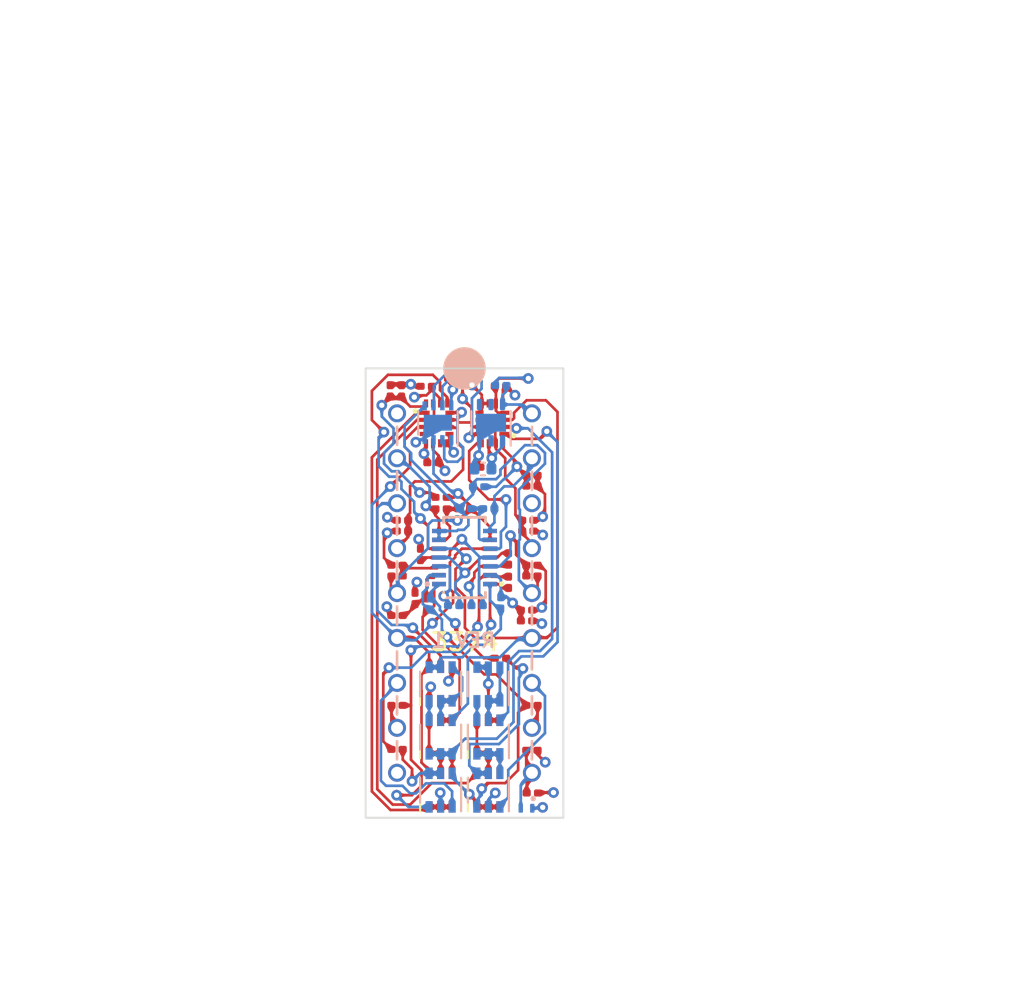
<source format=kicad_pcb>
(kicad_pcb (version 20240108) (generator "pcbnew") (generator_version "8.0")
  (title_block (title "3374 VCO") (date "2024-12-12") (rev "1") (company "Alan Boguslawski"))
  (layers (0 "F.Cu" signal) (1 "In1.Cu" power) (2 "In2.Cu" power) (31 "B.Cu" signal) (34 "B.Paste" user) (35 "F.Paste" user) (36 "B.SilkS" user "B.Silkscreen") (37 "F.SilkS" user "F.Silkscreen") (38 "B.Mask" user) (39 "F.Mask" user) (44 "Edge.Cuts" user))
  (net 0 "")
  (net 1 "+12V")
  (net 2 "GND")
  (net 3 "-5V")
  (net 4 "+5V")
  (net 5 "VTC")
  (net 6 "CF_A")
  (net 7 "CF_B")
  (net 8 "SAWTOOTH_A")
  (net 9 "SYNC_A")
  (net 10 "VTH_A")
  (net 11 "TRIANGLE_A")
  (net 12 "CV_A")
  (net 13 "IREF_A")
  (net 14 "SAWTOOTH_B")
  (net 15 "VTH_B")
  (net 16 "TRIANGLE_B")
  (net 17 "CV_B")
  (net 18 "IREF_B")
  (net 19 "/VCO A/SHIFTED_TRI_A")
  (net 20 "Net-(Q2A-C1)")
  (net 21 "Net-(Q4A-B1)")
  (net 22 "Net-(C4-Pad1)")
  (net 23 "Net-(C7-Pad1)")
  (net 24 "/VCO B/SHIFTED_TRI_B")
  (net 25 "/VCO A/SQUARE_A")
  (net 26 "/VCO B/SQUARE_B")
  (net 27 "Net-(C10-Pad2)")
  (net 28 "Net-(Q1A-C1)")
  (net 29 "Net-(Q11A-C1)")
  (net 30 "Net-(C14-Pad2)")
  (net 31 "Net-(Q7A-C1)")
  (net 32 "Net-(Q10A-C1)")
  (net 34 "Net-(Q3A-C1)")
  (net 35 "Net-(Q3A-B1)")
  (net 36 "Net-(Q2A-B1)")
  (net 37 "Net-(Q11B-C2)")
  (net 38 "Net-(Q5B-C2)")
  (net 39 "Net-(Q6A-B1)")
  (net 40 "Net-(Q6A-C1)")
  (net 41 "Net-(Q7A-B1)")
  (net 42 "Net-(Q10B-C2)")
  (net 43 "Net-(Q8B-C2)")
  (net 44 "Net-(Q9A-B1)")
  (net 45 "Net-(Q10A-E1)")
  (net 46 "Net-(Q11A-E1)")
  (net 47 "Net-(U3C--)")
  (net 48 "Net-(U3D-+)")
  (net 49 "Net-(U6D-+)")
  (net 50 "Net-(U3D--)")
  (net 51 "Net-(U6D--)")
  (net 52 "Net-(U6C--)")
  (net 53 "Net-(U3C-+)")
  (net 54 "Net-(U5A--)")
  (net 55 "Net-(U6C-+)")
  (net 56 "Net-(U5B--)")
  (footprint "Resistor_SMD:R_0201_0603Metric" (layer "F.Cu") (at 110.49 40.961622 180)
    (property "Reference" "R5")
    (property "Value" "10k")
  )
  (footprint "Resistor_SMD:R_0201_0603Metric" (layer "F.Cu") (at 107.696 46.0248 90)
    (property "Reference" "R14")
    (property "Value" "4.99k")
  )
  (footprint "Resistor_SMD:R_0201_0603Metric" (layer "F.Cu") (at 106.68 46.99 180)
    (property "Reference" "R17")
    (property "Value" "10k")
  )
  (footprint "Resistor_SMD:R_0201_0603Metric" (layer "F.Cu") (at 106.29 34.29 90)
    (property "Reference" "R1" (hide yes))
    (property "Value" "432K")
  )
  (footprint "footprints:SOT23_DYY_TEX-L" (layer "F.Cu") (at 110.49 43.711622 180)
    (property "Reference" "U3")
    (property "Value" "TL074H")
  )
  (footprint "Capacitor_SMD:C_0201_0603Metric" (layer "F.Cu") (at 111.7092 38.608 180)
    (property "Reference" "C6")
    (property "Value" "100n")
  )
  (footprint "Capacitor_SMD:C_0201_0603Metric" (layer "F.Cu") (at 114.3 54.61)
    (property "Reference" "C11")
    (property "Value" "100n")
  )
  (footprint "Capacitor_SMD:C_0201_0603Metric" (layer "F.Cu") (at 112.522 34.036)
    (property "Reference" "C3")
    (property "Value" "100n")
  )
  (footprint "Resistor_SMD:R_0201_0603Metric" (layer "F.Cu") (at 106.68 52.07)
    (property "Reference" "R20")
    (property "Value" "432K")
  )
  (footprint "Resistor_SMD:R_0201_0603Metric" (layer "F.Cu") (at 114.3 52.07 180)
    (property "Reference" "R21")
    (property "Value" "432K")
  )
  (footprint "Resistor_SMD:R_0201_0603Metric" (layer "F.Cu") (at 113.9952 47.2948)
    (property "Reference" "R18" (hide yes))
    (property "Value" "10k")
  )
  (footprint "Capacitor_SMD:C_0201_0603Metric" (layer "F.Cu") (at 112.9792 45.112822 -90)
    (property "Reference" "C10")
    (property "Value" "680p")
  )
  (footprint "Resistor_SMD:R_0201_0603Metric" (layer "F.Cu") (at 113.9952 46.6852)
    (property "Reference" "R16" (hide yes))
    (property "Value" "4.99k")
  )
  (footprint "Package_TO_SOT_SMD:SOT-363_SC-70-6" (layer "F.Cu") (at 109.14 56.8604 90)
    (property "Reference" "Q4")
    (property "Value" "DMMT3904W")
  )
  (footprint "Resistor_SMD:R_0201_0603Metric" (layer "F.Cu") (at 112.522 49.403)
    (property "Reference" "R19")
    (property "Value" "10k")
  )
  (footprint "Resistor_SMD:R_0201_0603Metric" (layer "F.Cu") (at 114.3254 57.023 180)
    (property "Reference" "R23" (hide yes))
    (property "Value" "11.8k")
  )
  (footprint "footprints:QFN_EEN-T1-GE4_VIS" (layer "F.Cu") (at 108.915 36.127925)
    (property "Reference" "U1")
    (property "Value" "DG4053E")
  )
  (footprint "Resistor_SMD:R_0201_0603Metric" (layer "F.Cu") (at 106.68 44.7548 180)
    (property "Reference" "R12")
    (property "Value" "10k")
  )
  (footprint "Package_TO_SOT_SMD:SOT-363_SC-70-6" (layer "F.Cu") (at 111.84 56.8604 90)
    (property "Reference" "Q5")
    (property "Value" "DMMT3906W")
  )
  (footprint "Package_TO_SOT_SMD:SOT-363_SC-70-6" (layer "F.Cu") (at 111.84 53.8604 90)
    (property "Reference" "Q3")
    (property "Value" "DMMT3906W")
  )
  (footprint "Resistor_SMD:R_0201_0603Metric" (layer "F.Cu") (at 106.68 54.5592)
    (property "Reference" "R22")
    (property "Value" "10k")
  )
  (footprint "Capacitor_SMD:C_0201_0603Metric" (layer "F.Cu") (at 108.0008 43.5356 -90)
    (property "Reference" "C8")
    (property "Value" "100n")
  )
  (footprint "footprints:QFN_EEN-T1-GE4_VIS" (layer "F.Cu") (at 112.065 36.127925 180)
    (property "Reference" "U2")
    (property "Value" "DG4053E")
  )
  (footprint "Resistor_SMD:R_0201_0603Metric" (layer "F.Cu") (at 114.0714 42.2148 180)
    (property "Reference" "R9")
    (property "Value" "10k")
  )
  (footprint "Package_TO_SOT_SMD:SOT-363_SC-70-6" (layer "F.Cu") (at 109.14 53.8604 90)
    (property "Reference" "Q2")
    (property "Value" "DMMT3904W")
  )
  (footprint "Capacitor_SMD:C_0201_0603Metric" (layer "F.Cu") (at 109.88 33.58)
    (property "Reference" "C1")
    (property "Value" "100n")
  )
  (footprint "Resistor_SMD:R_0201_0603Metric" (layer "F.Cu") (at 106.9848 42.2148 180)
    (property "Reference" "R8")
    (property "Value" "4.99k")
  )
  (footprint "Capacitor_SMD:C_0201_0603Metric" (layer "F.Cu") (at 108.712 38.354 180)
    (property "Reference" "C5")
    (property "Value" "100n")
  )
  (footprint "Resistor_SMD:R_0201_0603Metric" (layer "F.Cu") (at 114.3 44.7548)
    (property "Reference" "R13" (hide yes))
    (property "Value" "10k")
  )
  (footprint "Resistor_SMD:R_0201_0603Metric" (layer "F.Cu") (at 109.1692 40.961622 180)
    (property "Reference" "R4")
    (property "Value" "10k")
  )
  (footprint "Capacitor_SMD:C_0201_0603Metric" (layer "F.Cu") (at 112.9792 43.792022 -90)
    (property "Reference" "C9")
    (property "Value" "100n")
  )
  (footprint "Capacitor_SMD:C_0201_0603Metric" (layer "F.Cu") (at 106.934 34.29 90)
    (property "Reference" "C4")
    (property "Value" "680p")
  )
  (footprint "Resistor_SMD:R_0201_0603Metric" (layer "F.Cu") (at 114.3 44.1452)
    (property "Reference" "R11" (hide yes))
    (property "Value" "10k")
  )
  (footprint "Resistor_SMD:R_0201_0603Metric" (layer "F.Cu") (at 109.1692 40.31 180)
    (property "Reference" "R3")
    (property "Value" "365")
  )
  (footprint "Capacitor_SMD:C_0201_0603Metric" (layer "F.Cu") (at 114.3 39.6748)
    (property "Reference" "C7")
    (property "Value" "680p")
  )
  (footprint "Resistor_SMD:R_0201_0603Metric" (layer "F.Cu") (at 114.0714 41.6052)
    (property "Reference" "R7")
    (property "Value" "4.99k")
  )
  (footprint "Resistor_SMD:R_0201_0603Metric" (layer "F.Cu") (at 108.35 46.34 90)
    (property "Reference" "R15" (hide yes))
    (property "Value" "3.32k")
  )
  (footprint "Capacitor_SMD:C_0201_0603Metric" (layer "F.Cu") (at 108.33 34.03 180)
    (property "Reference" "C2")
    (property "Value" "100n")
  )
  (footprint "Resistor_SMD:R_0201_0603Metric" (layer "F.Cu") (at 106.68 44.1452 180)
    (property "Reference" "R10")
    (property "Value" "10k")
  )
  (footprint "Package_TO_SOT_SMD:SOT-363_SC-70-6" (layer "F.Cu") (at 109.14 50.8604 90)
    (property "Reference" "Q1")
    (property "Value" "MUN5314DW1")
  )
  (footprint "Resistor_SMD:R_0201_0603Metric" (layer "F.Cu") (at 106.9848 41.6052)
    (property "Reference" "R6")
    (property "Value" "10k")
  )
  (footprint "Resistor_SMD:R_0201_0603Metric" (layer "F.Cu") (at 114.3 39.0652)
    (property "Reference" "R2" (hide yes))
    (property "Value" "432K")
  )
  (footprint "Package_SON:WSON-8-1EP_2x2mm_P0.5mm_EP0.9x1.6mm" (layer "B.Cu") (at 108.99 36.0892 90)
    (property "Reference" "U5")
    (property "Value" "TLV9032")
  )
  (footprint "footprints:X1SON2_1XP65_TEX-L" (layer "B.Cu") (at 113.9952 57.8866 180)
    (property "Reference" "U7")
    (property "Value" "TMP6131DECR")
  )
  (footprint "Package_TO_SOT_SMD:SOT-363_SC-70-6" (layer "B.Cu") (at 111.84 53.8604 90)
    (property "Reference" "Q8")
    (property "Value" "DMMT3906W")
  )
  (footprint "Resistor_SMD:R_0201_0603Metric" (layer "B.Cu") (at 112.54 46.2788 90)
    (property "Reference" "R27" (hide yes))
    (property "Value" "3.32k")
  )
  (footprint "Resistor_SMD:R_0201_0603Metric" (layer "B.Cu") (at 110.5408 40.947222)
    (property "Reference" "R26")
    (property "Value" "10k")
  )
  (footprint "Capacitor_SMD:C_0201_0603Metric" (layer "B.Cu") (at 109.8804 46.433622 180)
    (property "Reference" "C16")
    (property "Value" "100n")
  )
  (footprint "Resistor_SMD:R_0201_0603Metric" (layer "B.Cu") (at 111.29 39.71)
    (property "Reference" "R24")
    (property "Value" "365")
  )
  (footprint "Package_TO_SOT_SMD:SOT-363_SC-70-6" (layer "B.Cu") (at 111.84 56.8604 90)
    (property "Reference" "Q10")
    (property "Value" "DMMT3904W")
  )
  (footprint "Package_TO_SOT_SMD:SOT-363_SC-70-6" (layer "B.Cu") (at 111.84 50.8604 90)
    (property "Reference" "Q6")
    (property "Value" "DMMT3906W")
  )
  (footprint "Package_TO_SOT_SMD:SOT-363_SC-70-6" (layer "B.Cu") (at 109.14 56.8604 90)
    (property "Reference" "Q11")
    (property "Value" "DMMT3904W")
  )
  (footprint "Capacitor_SMD:C_0201_0603Metric" (layer "B.Cu") (at 108.5596 46.332022 90)
    (property "Reference" "C14")
    (property "Value" "680p")
  )
  (footprint "footprints:FLIP-PINS-FLOAT-09" (layer "B.Cu") (at 106.68 46.99 -90)
    (property "Reference" "J2")
    (property "Value" "FLIP PINS")
  )
  (footprint "Capacitor_SMD:C_0201_0603Metric" (layer "B.Cu") (at 112.54 33.9852 180)
    (property "Reference" "C12")
    (property "Value" "100n")
  )
  (footprint "Package_TO_SOT_SMD:SOT-363_SC-70-6" (layer "B.Cu") (at 109.14 53.8604 90)
    (property "Reference" "Q9")
    (property "Value" "DMMT3904W")
  )
  (footprint "Package_DFN_QFN:DFN-6-1EP_2x2mm_P0.65mm_EP1.01x1.7mm" (layer "B.Cu") (at 111.99 36.0892 90)
    (property "Reference" "U4")
    (property "Value" "AP7370-50FDC")
  )
  (footprint "Capacitor_SMD:C_0201_0603Metric" (layer "B.Cu") (at 111.2012 46.433622)
    (property "Reference" "C15")
    (property "Value" "100n")
  )
  (footprint "Resistor_SMD:R_0201_0603Metric" (layer "B.Cu") (at 111.8616 40.947222)
    (property "Reference" "R25")
    (property "Value" "10k")
  )
  (footprint "footprints:FLIP-PINS-FLOAT-09" (layer "B.Cu") (at 114.3 46.99 -90)
    (property "Reference" "J1")
    (property "Value" "FLIP PINS")
  )
  (footprint "Capacitor_SMD:C_0402_1005Metric" (layer "B.Cu") (at 111.534 38.7096 180)
    (property "Reference" "C13")
    (property "Value" "2.2u")
  )
  (footprint "Package_TO_SOT_SMD:SOT-363_SC-70-6" (layer "B.Cu") (at 109.14 50.8604 90)
    (property "Reference" "Q7")
    (property "Value" "DMMT3904W")
  )
  (footprint "footprints:SOT23_DYY_TEX-L" (layer "B.Cu") (at 110.49 43.711622)
    (property "Reference" "U6")
    (property "Value" "TL074H")
  )
  (gr_line (start 106.68 41.402) (end 106.68 42.418) (stroke (width 0.15)) (layer "B.SilkS"))
  (gr_line (start 114.3 38.862) (end 114.3 39.878) (stroke (width 0.15)) (layer "B.SilkS"))
  (gr_line (start 106.68 43.942) (end 106.68 44.958) (stroke (width 0.15)) (layer "B.SilkS"))
  (gr_line (start 114.3 41.402) (end 114.3 42.418) (stroke (width 0.15)) (layer "B.SilkS"))
  (gr_line (start 114.3 46.482) (end 114.3 47.498) (stroke (width 0.15)) (layer "B.SilkS"))
  (gr_line (start 106.68 36.322) (end 106.68 37.338) (stroke (width 0.15)) (layer "B.SilkS"))
  (gr_line (start 106.68 46.482) (end 106.68 47.498) (stroke (width 0.15)) (layer "B.SilkS"))
  (gr_circle (center 110.49 33.02) (end 111.69 33.02) (fill solid) (layer "B.SilkS"))
  (gr_line (start 114.3 54.102) (end 114.3 55.118) (stroke (width 0.15)) (layer "B.SilkS"))
  (gr_line (start 114.3 51.562) (end 114.3 52.578) (stroke (width 0.15)) (layer "B.SilkS"))
  (gr_line (start 106.68 38.862) (end 106.68 39.878) (stroke (width 0.15)) (layer "B.SilkS"))
  (gr_line (start 114.3 43.942) (end 114.3 44.958) (stroke (width 0.15)) (layer "B.SilkS"))
  (gr_line (start 114.3 49.022) (end 114.3 50.038) (stroke (width 0.15)) (layer "B.SilkS"))
  (gr_line (start 106.68 41.402) (end 106.68 42.418) (stroke (width 0.15)) (layer "B.SilkS"))
  (gr_line (start 106.68 54.102) (end 106.68 55.118) (stroke (width 0.15)) (layer "B.SilkS"))
  (gr_line (start 106.68 49.022) (end 106.68 50.038) (stroke (width 0.15)) (layer "B.SilkS"))
  (gr_line (start 106.68 51.562) (end 106.68 52.578) (stroke (width 0.15)) (layer "B.SilkS"))
  (gr_line (start 114.3 36.322) (end 114.3 37.338) (stroke (width 0.15)) (layer "B.SilkS"))
  (gr_circle (center 110.49 33.02) (end 111.69 33.02) (fill solid) (layer "F.SilkS"))
  (gr_rect (start 104.902 33.02) (end 116.078 58.42) (stroke (width 0.1)) (fill none) (layer "Edge.Cuts"))
  (gr_text "REV 1" (at 112.3188 48.8696 0) (layer "B.SilkS") (effects (font (size 0.8 0.8)) (justify left bottom mirror)))
  (gr_text "3374" (at 108.5088 49.0728 0) (layer "F.SilkS") (effects (font (size 1 1)) (justify left bottom)))
  (segment (start 111.84 52.9104) (end 111.84 50.8546) (width 0.1524) (layer "F.Cu") (net 1))
  (segment (start 114.755262 42.28) (end 114.44 42.28) (width 0.1524) (layer "F.Cu") (net 1))
  (segment (start 111.93145 43.711622) (end 112.3484 43.711622) (width 0.1524) (layer "F.Cu") (net 1))
  (segment (start 114.912 42.436738) (end 114.755262 42.28) (width 0.1524) (layer "F.Cu") (net 1))
  (segment (start 110.539635 44.583835) (end 110.515194 44.583835) (width 0.1524) (layer "F.Cu") (net 1))
  (segment (start 111.411848 43.711622) (end 110.539635 44.583835) (width 0.1524) (layer "F.Cu") (net 1))
  (segment (start 109.79 50.4964) (end 109.586 50.7004) (width 0.1524) (layer "F.Cu") (net 1))
  (segment (start 106.305554 41.6052) (end 106.4616 41.6052) (width 0.1524) (layer "F.Cu") (net 1))
  (segment (start 111.84 50.8546) (end 111.8362 50.8508) (width 0.1524) (layer "F.Cu") (net 1))
  (segment (start 111.93145 43.711622) (end 111.411848 43.711622) (width 0.1524) (layer "F.Cu") (net 1))
  (segment (start 106.131963 41.431609) (end 106.305554 41.6052) (width 0.1524) (layer "F.Cu") (net 1))
  (segment (start 112.49 52.9104) (end 111.84 52.9104) (width 0.1524) (layer "F.Cu") (net 1))
  (segment (start 112.3484 43.711622) (end 112.588 43.472022) (width 0.1524) (layer "F.Cu") (net 1))
  (segment (start 112.588 43.472022) (end 112.9284 43.472022) (width 0.1524) (layer "F.Cu") (net 1))
  (segment (start 109.79 49.9104) (end 109.79 50.4964) (width 0.1524) (layer "F.Cu") (net 1))
  (via (at 110.515194 44.583835) (size 0.6048) (drill 0.3) (layers "F.Cu" "B.Cu") (net 1))
  (via (at 106.131963 41.431609) (size 0.6048) (drill 0.3) (layers "F.Cu" "B.Cu") (net 1))
  (via (at 111.8362 50.8508) (size 0.6048) (drill 0.3) (layers "F.Cu" "B.Cu") (net 1))
  (via (at 109.586 50.7004) (size 0.6048) (drill 0.3) (layers "F.Cu" "B.Cu") (net 1))
  (via (at 114.912 42.436738) (size 0.6048) (drill 0.3) (layers "F.Cu" "B.Cu") (net 1))
  (segment (start 109.642981 43.711622) (end 110.515194 44.583835) (width 0.1524) (layer "B.Cu") (net 1))
  (segment (start 111.8362 50.8508) (end 111.8362 49.9142) (width 0.1524) (layer "B.Cu") (net 1))
  (segment (start 110.2004 46.433622) (end 110.2004 45.878535) (width 0.1524) (layer "B.Cu") (net 1))
  (segment (start 110.2004 45.878535) (end 109.975519 45.653654) (width 0.1524) (layer "B.Cu") (net 1))
  (segment (start 113.8017 35.0617) (end 114.3 35.56) (width 0.1524) (layer "B.Cu") (net 1))
  (segment (start 111.84 49.9104) (end 111.19 49.9104) (width 0.1524) (layer "B.Cu") (net 1))
  (segment (start 112.86 34.3076) (end 112.86 33.9852) (width 0.1524) (layer "B.Cu") (net 1))
  (segment (start 112.64 35.0617) (end 113.8017 35.0617) (width 0.1524) (layer "B.Cu") (net 1))
  (segment (start 109.975519 45.653654) (end 109.975519 45.12351) (width 0.1524) (layer "B.Cu") (net 1))
  (segment (start 109.975519 45.12351) (end 110.515194 44.583835) (width 0.1524) (layer "B.Cu") (net 1))
  (segment (start 112.64 34.5276) (end 112.86 34.3076) (width 0.1524) (layer "B.Cu") (net 1))
  (segment (start 109.04855 43.711622) (end 109.642981 43.711622) (width 0.1524) (layer "B.Cu") (net 1))
  (segment (start 112.64 35.0617) (end 112.64 34.5276) (width 0.1524) (layer "B.Cu") (net 1))
  (segment (start 108.714975 36.847174) (end 108.595801 36.728) (width 0.1524) (layer "F.Cu") (net 2))
  (segment (start 110.3804 33.962) (end 110.2004 33.782) (width 0.1524) (layer "F.Cu") (net 2))
  (segment (start 112.265025 35.002926) (end 112.265025 34.099025) (width 0.1524) (layer "F.Cu") (net 2))
  (segment (start 106.4616 42.2148) (end 106.2228 42.2148) (width 0.1524) (layer "F.Cu") (net 2))
  (segment (start 109.64 35.9279) (end 110.021 35.9279) (width 0.1524) (layer "F.Cu") (net 2))
  (segment (start 110.748313 45.136762) (end 110.748313 45.344144) (width 0.1524) (layer "F.Cu") (net 2))
  (segment (start 108.714975 37.252924) (end 108.714975 36.847174) (width 0.1524) (layer "F.Cu") (net 2))
  (segment (start 110.8828 36.28895) (end 110.9218 36.32795) (width 0.1524) (layer "F.Cu") (net 2))
  (segment (start 114.7064 46.6852) (end 114.8588 46.5328) (width 0.1524) (layer "F.Cu") (net 2))
  (segment (start 115.0786 44.475401) (end 115.0786 46.313) (width 0.1524) (layer "F.Cu") (net 2))
  (segment (start 114.62 39.6748) (end 114.62 39.0652) (width 0.1524) (layer "F.Cu") (net 2))
  (segment (start 115.0366 40.1266) (end 115.0366 41.275) (width 0.1524) (layer "F.Cu") (net 2))
  (segment (start 114.7064 41.6052) (end 114.9096 41.402) (width 0.1524) (layer "F.Cu") (net 2))
  (segment (start 110.9218 36.32795) (end 111.34 36.32795) (width 0.1524) (layer "F.Cu") (net 2))
  (segment (start 110.8828 35.240701) (end 110.8828 36.068) (width 0.1524) (layer "F.Cu") (net 2))
  (segment (start 112.202 33.836001) (end 112.449465 33.588536) (width 0.1524) (layer "F.Cu") (net 2))
  (segment (start 107.44199 34.036) (end 107.30599 33.9) (width 0.1524) (layer "F.Cu") (net 2))
  (segment (start 109.032 37.950949) (end 109.032 38.354) (width 0.1524) (layer "F.Cu") (net 2))
  (segment (start 115.053962 55.282031) (end 114.62 54.848069) (width 0.1524) (layer "F.Cu") (net 2))
  (segment (start 114.62 54.848069) (end 114.62 54.61) (width 0.1524) (layer "F.Cu") (net 2))
  (segment (start 105.9434 42.4942) (end 106.121208 42.316392) (width 0.1524) (layer "F.Cu") (net 2))
  (segment (start 110.1677 36.0746) (end 110.8762 36.0746) (width 0.1524) (layer "F.Cu") (net 2))
  (segment (start 112.265025 35.408676) (end 112.265025 35.002926) (width 0.1524) (layer "F.Cu") (net 2))
  (segment (start 108.49 51.113) (end 108.5826 51.0204) (width 0.1524) (layer "F.Cu") (net 2))
  (segment (start 110.8828 36.068) (end 110.8828 36.28895) (width 0.1524) (layer "F.Cu") (net 2))
  (segment (start 108.138 34.036) (end 107.44199 34.036) (width 0.1524) (layer "F.Cu") (net 2))
  (segment (start 106.98 33.9) (end 106.31 33.9) (width 0.1524) (layer "F.Cu") (net 2))
  (segment (start 111.046204 44.838871) (end 110.748313 45.136762) (width 0.1524) (layer "F.Cu") (net 2))
  (segment (start 114.61 39.7) (end 115.0366 40.1266) (width 0.1524) (layer "F.Cu") (net 2))
  (segment (start 110.021 35.9279) (end 110.1677 36.0746) (width 0.1524) (layer "F.Cu") (net 2))
  (segment (start 108.49 51.8104) (end 108.49 51.113) (width 0.1524) (layer "F.Cu") (net 2))
  (segment (start 112.79 35.52785) (end 112.384199 35.52785) (width 0.1524) (layer "F.Cu") (net 2))
  (segment (start 105.9434 43.7286) (end 105.9434 42.4942) (width 0.1524) (layer "F.Cu") (net 2))
  (segment (start 111.287715 37.948256) (end 111.287715 38.506515) (width 0.1524) (layer "F.Cu") (net 2))
  (segment (start 112.449465 33.588536) (end 114.0968 33.588536) (width 0.1524) (layer "F.Cu") (net 2))
  (segment (start 107.30599 33.9) (end 106.98 33.9) (width 0.1524) (layer "F.Cu") (net 2))
  (segment (start 112.384199 35.52785) (end 112.265025 35.408676) (width 0.1524) (layer "F.Cu") (net 2))
  (segment (start 108.595801 36.728) (end 108.19 36.728) (width 0.1524) (layer "F.Cu") (net 2))
  (segment (start 108.0008 43.065622) (end 108.0008 42.773594) (width 0.1524) (layer "F.Cu") (net 2))
  (segment (start 111.93145 44.211748) (end 111.3917 44.211748) (width 0.1524) (layer "F.Cu") (net 2))
  (segment (start 110.3804 34.738301) (end 110.3804 33.962) (width 0.1524) (layer "F.Cu") (net 2))
  (segment (start 115.0366 41.275) (end 114.9096 41.402) (width 0.1524) (layer "F.Cu") (net 2))
  (segment (start 108.714975 37.252924) (end 108.714975 37.633924) (width 0.1524) (layer "F.Cu") (net 2))
  (segment (start 108.714975 37.633924) (end 109.032 37.950949) (width 0.1524) (layer "F.Cu") (net 2))
  (segment (start 112.202 34.036) (end 112.202 33.836001) (width 0.1524) (layer "F.Cu") (net 2))
  (segment (start 108.0008 42.773594) (end 107.8992 42.671994) (width 0.1524) (layer "F.Cu") (net 2))
  (segment (start 114.5184 41.6052) (end 114.7064 41.6052) (width 0.1524) (layer "F.Cu") (net 2))
  (segment (start 111.3917 44.211748) (end 111.046204 44.557244) (width 0.1524) (layer "F.Cu") (net 2))
  (segment (start 106.2228 42.2148) (end 106.121208 42.316392) (width 0.1524) (layer "F.Cu") (net 2))
  (segment (start 114.748399 44.1452) (end 115.0786 44.475401) (width 0.1524) (layer "F.Cu") (net 2))
  (segment (start 110.8762 36.0746) (end 110.8828 36.068) (width 0.1524) (layer "F.Cu") (net 2))
  (segment (start 112.828674 44.211748) (end 112.9284 44.112022) (width 0.1524) (layer "F.Cu") (net 2))
  (segment (start 107.6706 45.229519) (end 107.6706 45.8318) (width 0.1524) (layer "F.Cu") (net 2))
  (segment (start 115.0786 46.313) (end 114.8588 46.5328) (width 0.1524) (layer "F.Cu") (net 2))
  (segment (start 111.046204 44.557244) (end 111.046204 44.838871) (width 0.1524) (layer "F.Cu") (net 2))
  (segment (start 106.36 44.1452) (end 105.9434 43.7286) (width 0.1524) (layer "F.Cu") (net 2))
  (segment (start 109.38766 38.70966) (end 109.032 38.354) (width 0.1524) (layer "F.Cu") (net 2))
  (segment (start 111.93145 44.211748) (end 112.828674 44.211748) (width 0.1524) (layer "F.Cu") (net 2))
  (segment (start 107.8 45.100119) (end 107.6706 45.229519) (width 0.1524) (layer "F.Cu") (net 2))
  (segment (start 109.38766 38.80942) (end 109.38766 38.70966) (width 0.1524) (layer "F.Cu") (net 2))
  (segment (start 114.3152 46.6852) (end 114.7064 46.6852) (width 0.1524) (layer "F.Cu") (net 2))
  (segment (start 110.3804 34.738301) (end 110.8828 35.240701) (width 0.1524) (layer "F.Cu") (net 2))
  (via (at 114.9096 41.402) (size 0.6048) (drill 0.3) (layers "F.Cu" "B.Cu") (net 2))
  (via (at 106.121208 42.316392) (size 0.6048) (drill 0.3) (layers "F.Cu" "B.Cu") (net 2))
  (via (at 111.287715 37.948256) (size 0.6048) (drill 0.3) (layers "F.Cu" "B.Cu") (net 2))
  (via (at 108.5826 51.0204) (size 0.6048) (drill 0.3) (layers "F.Cu" "B.Cu") (net 2))
  (via (at 107.8992 42.671994) (size 0.6048) (drill 0.3) (layers "F.Cu" "B.Cu") (net 2))
  (via (at 109.12 57.0104) (size 0.6048) (drill 0.3) (layers "F.Cu" "B.Cu") (net 2))
  (via (at 114.9096 57.8358) (size 0.6048) (drill 0.3) (layers "F.Cu" "B.Cu") (net 2))
  (via (at 109.38766 38.80942) (size 0.6048) (drill 0.3) (layers "F.Cu" "B.Cu") (net 2))
  (via (at 114.0968 33.588536) (size 0.6048) (drill 0.3) (layers "F.Cu" "B.Cu") (net 2))
  (via (at 115.053962 55.282031) (size 0.6048) (drill 0.3) (layers "F.Cu" "B.Cu") (net 2))
  (via (at 114.8588 46.5328) (size 0.6048) (drill 0.3) (layers "F.Cu" "B.Cu") (net 2))
  (via (at 110.3804 34.738301) (size 0.6048) (drill 0.3) (layers "F.Cu" "B.Cu") (net 2))
  (via (at 107.8 45.100119) (size 0.6048) (drill 0.3) (layers "F.Cu" "B.Cu") (net 2))
  (via (at 110.748313 45.344144) (size 0.6048) (drill 0.3) (layers "F.Cu" "B.Cu") (net 2))
  (via (at 107.456113 33.914627) (size 0.6048) (drill 0.3) (layers "F.Cu" "B.Cu") (net 2))
  (via (at 107.740123 37.19) (size 0.6048) (drill 0.3) (layers "F.Cu" "B.Cu") (net 2))
  (via (at 109.31334 45.893261) (size 0.6048) (drill 0.3) (layers "F.Cu" "B.Cu") (net 2))
  (via (at 112.23 57.0204) (size 0.6048) (drill 0.3) (layers "F.Cu" "B.Cu") (net 2))
  (segment (start 108.64 36.0892) (end 108.24 36.4892) (width 0.1524) (layer "B.Cu") (net 2))
  (segment (start 112.22 33.785201) (end 112.448601 33.5566) (width 0.1524) (layer "B.Cu") (net 2))
  (segment (start 112.448601 33.5566) (end 114.064864 33.5566) (width 0.1524) (layer "B.Cu") (net 2))
  (segment (start 114.3202 57.8866) (end 114.8588 57.8866) (width 0.1524) (layer "B.Cu") (net 2))
  (segment (start 110.748313 45.431315) (end 110.748313 45.344144) (width 0.1524) (layer "B.Cu") (net 2))
  (segment (start 111.054 38.181971) (end 111.054 38.7096) (width 0.1524) (layer "B.Cu") (net 2))
  (segment (start 111.287715 37.948256) (end 111.308396 37.927575) (width 0.1524) (layer "B.Cu") (net 2))
  (segment (start 109.5604 46.140321) (end 109.31334 45.893261) (width 0.1524) (layer "B.Cu") (net 2))
  (segment (start 109.5604 46.382822) (end 109.5604 46.140321) (width 0.1524) (layer "B.Cu") (net 2))
  (segment (start 111.84 57.4104) (end 112.23 57.0204) (width 0.1524) (layer "B.Cu") (net 2))
  (segment (start 109.6645 45.542101) (end 109.31334 45.893261) (width 0.1524) (layer "B.Cu") (net 2))
  (segment (start 111.308396 37.673623) (end 111.34 37.642019) (width 0.1524) (layer "B.Cu") (net 2))
  (segment (start 110.8812 45.477031) (end 110.748313 45.344144) (width 0.1524) (layer "B.Cu") (net 2))
  (segment (start 111.84 57.8104) (end 111.84 57.4104) (width 0.1524) (layer "B.Cu") (net 2))
  (segment (start 110.784492 45.46672) (end 110.748313 45.430541) (width 0.1524) (layer "B.Cu") (net 2))
  (segment (start 107.890923 37.0392) (end 107.740123 37.19) (width 0.1524) (layer "B.Cu") (net 2))
  (segment (start 111.287715 37.948256) (end 111.054 38.181971) (width 0.1524) (layer "B.Cu") (net 2))
  (segment (start 111.308396 37.927575) (end 111.308396 37.673623) (width 0.1524) (layer "B.Cu") (net 2))
  (segment (start 108.24 37.0392) (end 107.890923 37.0392) (width 0.1524) (layer "B.Cu") (net 2))
  (segment (start 114.8588 57.8866) (end 114.9096 57.8358) (width 0.1524) (layer "B.Cu") (net 2))
  (segment (start 111.34 37.642019) (end 111.34 37.1167) (width 0.1524) (layer "B.Cu") (net 2))
  (segment (start 109.5883 44.211748) (end 109.6645 44.287948) (width 0.1524) (layer "B.Cu") (net 2))
  (segment (start 110.8812 46.433622) (end 110.8812 45.477031) (width 0.1524) (layer "B.Cu") (net 2))
  (segment (start 109.6645 44.287948) (end 109.6645 45.542101) (width 0.1524) (layer "B.Cu") (net 2))
  (segment (start 110.7874 45.470402) (end 110.748313 45.431315) (width 0.1524) (layer "B.Cu") (net 2))
  (segment (start 109.04855 44.211748) (end 109.5883 44.211748) (width 0.1524) (layer "B.Cu") (net 2))
  (segment (start 114.064864 33.5566) (end 114.0968 33.588536) (width 0.1524) (layer "B.Cu") (net 2))
  (segment (start 109.14 57.0304) (end 109.12 57.0104) (width 0.1524) (layer "B.Cu") (net 2))
  (segment (start 109.14 57.8104) (end 109.14 57.0304) (width 0.1524) (layer "B.Cu") (net 2))
  (segment (start 111.34 36.3468) (end 111.34 37.1167) (width 0.1524) (layer "B.Cu") (net 2))
  (segment (start 108.24 36.4892) (end 108.24 37.0392) (width 0.1524) (layer "B.Cu") (net 2))
  (segment (start 112.22 33.9852) (end 112.22 33.785201) (width 0.1524) (layer "B.Cu") (net 2))
  (segment (start 110.748313 45.430541) (end 110.748313 45.344144) (width 0.1524) (layer "B.Cu") (net 2))
  (segment (start 108.24 37.8) (end 108.2 37.84) (width 0.1524) (layer "F.Cu") (net 3))
  (segment (start 108.314925 37.8) (end 108.314925 38.276925) (width 0.1524) (layer "F.Cu") (net 3))
  (segment (start 109.04855 43.711622) (end 109.519974 43.711622) (width 0.1524) (layer "F.Cu") (net 3))
  (segment (start 108.314925 37.252924) (end 108.314925 37.8) (width 0.1524) (layer "F.Cu") (net 3))
  (segment (start 109.6645 43.567096) (end 109.6645 43.355889) (width 0.1524) (layer "F.Cu") (net 3))
  (segment (start 112.665075 35.002926) (end 112.665075 34.212925) (width 0.1524) (layer "F.Cu") (net 3))
  (segment (start 108.144778 43.711622) (end 108.0008 43.8556) (width 0.1524) (layer "F.Cu") (net 3))
  (segment (start 109.519974 43.711622) (end 109.6645 43.567096) (width 0.1524) (layer "F.Cu") (net 3))
  (segment (start 113.341859 34.530701) (end 112.847158 34.036) (width 0.1524) (layer "F.Cu") (net 3))
  (segment (start 109.6645 43.355889) (end 110.342793 42.677596) (width 0.1524) (layer "F.Cu") (net 3))
  (segment (start 112.665075 34.212925) (end 112.842 34.036) (width 0.1524) (layer "F.Cu") (net 3))
  (segment (start 109.04855 43.711622) (end 108.144778 43.711622) (width 0.1524) (layer "F.Cu") (net 3))
  (segment (start 108.314925 37.8) (end 108.24 37.8) (width 0.1524) (layer "F.Cu") (net 3))
  (via (at 113.341859 34.530701) (size 0.6048) (drill 0.3) (layers "F.Cu" "B.Cu") (net 3))
  (via (at 108.2 37.84) (size 0.6048) (drill 0.3) (layers "F.Cu" "B.Cu") (net 3))
  (via (at 110.342793 42.677596) (size 0.6048) (drill 0.3) (layers "F.Cu" "B.Cu") (net 3))
  (segment (start 111.33245 43.770872) (end 111.3155 43.787822) (width 0.1524) (layer "B.Cu") (net 3))
  (segment (start 111.3155 45.754233) (end 111.5212 45.959933) (width 0.1524) (layer "B.Cu") (net 3))
  (segment (start 111.33245 43.770872) (end 111.3917 43.711622) (width 0.1524) (layer "B.Cu") (net 3))
  (segment (start 111.33245 43.770872) (end 111.33245 43.667253) (width 0.1524) (layer "B.Cu") (net 3))
  (segment (start 111.33245 43.667253) (end 110.342793 42.677596) (width 0.1524) (layer "B.Cu") (net 3))
  (segment (start 111.3917 43.711622) (end 111.93145 43.711622) (width 0.1524) (layer "B.Cu") (net 3))
  (segment (start 111.5212 45.959933) (end 111.5212 46.433622) (width 0.1524) (layer "B.Cu") (net 3))
  (segment (start 111.3155 43.787822) (end 111.3155 45.754233) (width 0.1524) (layer "B.Cu") (net 3))
  (segment (start 114.3152 47.2948) (end 114.7064 47.2948) (width 0.1524) (layer "F.Cu") (net 4))
  (segment (start 109.830176 34.218099) (end 109.830176 34.051776) (width 0.1524) (layer "F.Cu") (net 4))
  (segment (start 107.653684 34.6456) (end 107.753558 34.545726) (width 0.1524) (layer "F.Cu") (net 4))
  (segment (start 108.65 34.26) (end 108.65 34.03) (width 0.1524) (layer "F.Cu") (net 4))
  (segment (start 111.864975 37.926976) (end 111.864975 37.252924) (width 0.1524) (layer "F.Cu") (net 4))
  (segment (start 108.334273 34.545726) (end 108.65 34.229999) (width 0.1524) (layer "F.Cu") (net 4))
  (segment (start 112.030962 38.092963) (end 112.027395 38.089396) (width 0.1524) (layer "F.Cu") (net 4))
  (segment (start 112.030962 38.092963) (end 111.864975 37.926976) (width 0.1524) (layer "F.Cu") (net 4))
  (segment (start 108.65 34.229999) (end 108.65 34.03) (width 0.1524) (layer "F.Cu") (net 4))
  (segment (start 115.3668 56.9976) (end 115.5192 56.9976) (width 0.1524) (layer "F.Cu") (net 4))
  (segment (start 114.8354 56.9976) (end 115.3668 56.9976) (width 0.1524) (layer "F.Cu") (net 4))
  (segment (start 112.0292 38.094725) (end 112.0292 38.608) (width 0.1524) (layer "F.Cu") (net 4))
  (segment (start 109.115025 35.002926) (end 109.115025 34.725025) (width 0.1524) (layer "F.Cu") (net 4))
  (segment (start 106.36 46.8884) (end 106.102318 46.630718) (width 0.1524) (layer "F.Cu") (net 4))
  (segment (start 114.7064 47.2948) (end 114.8588 47.4472) (width 0.1524) (layer "F.Cu") (net 4))
  (segment (start 109.830176 34.051776) (end 109.5604 33.782) (width 0.1524) (layer "F.Cu") (net 4))
  (segment (start 112.030962 38.092963) (end 112.0292 38.094725) (width 0.1524) (layer "F.Cu") (net 4))
  (segment (start 109.115025 34.725025) (end 108.65 34.26) (width 0.1524) (layer "F.Cu") (net 4))
  (segment (start 106.102318 46.630718) (end 106.102318 46.490242) (width 0.1524) (layer "F.Cu") (net 4))
  (segment (start 107.753558 34.545726) (end 108.334273 34.545726) (width 0.1524) (layer "F.Cu") (net 4))
  (via (at 107.653684 34.6456) (size 0.6048) (drill 0.3) (layers "F.Cu" "B.Cu") (net 4))
  (via (at 109.830176 34.218099) (size 0.6048) (drill 0.3) (layers "F.Cu" "B.Cu") (net 4))
  (via (at 106.102318 46.490242) (size 0.6048) (drill 0.3) (layers "F.Cu" "B.Cu") (net 4))
  (via (at 114.8588 47.4472) (size 0.6048) (drill 0.3) (layers "F.Cu" "B.Cu") (net 4))
  (via (at 112.030962 38.092963) (size 0.6048) (drill 0.3) (layers "F.Cu" "B.Cu") (net 4))
  (via (at 115.5192 56.9976) (size 0.6048) (drill 0.3) (layers "F.Cu" "B.Cu") (net 4))
  (segment (start 109.74 34.308275) (end 109.74 35.1392) (width 0.1524) (layer "B.Cu") (net 4))
  (segment (start 109.830176 34.218099) (end 109.74 34.308275) (width 0.1524) (layer "B.Cu") (net 4))
  (segment (start 112.030962 38.048237) (end 112.64 37.439199) (width 0.1524) (layer "B.Cu") (net 4))
  (segment (start 112.030962 38.092963) (end 112.014 38.109925) (width 0.1524) (layer "B.Cu") (net 4))
  (segment (start 112.030962 38.092963) (end 112.030962 38.048237) (width 0.1524) (layer "B.Cu") (net 4))
  (segment (start 112.014 38.109925) (end 112.014 38.7096) (width 0.1524) (layer "B.Cu") (net 4))
  (segment (start 112.64 37.439199) (end 112.64 37.1167) (width 0.1524) (layer "B.Cu") (net 4))
  (segment (start 114.0054 56.9976) (end 114.0054 56.1746) (width 0.1524) (layer "F.Cu") (net 5))
  (segment (start 114.3 55.88) (end 113.98 55.56) (width 0.1524) (layer "F.Cu") (net 5))
  (segment (start 113.98 55.56) (end 113.98 54.61) (width 0.1524) (layer "F.Cu") (net 5))
  (segment (start 113.6702 57.8754) (end 113.6702 56.6002) (width 0.1524) (layer "B.Cu") (net 5))
  (segment (start 113.6702 56.6002) (end 114.3 55.9704) (width 0.1524) (layer "B.Cu") (net 5))
  (segment (start 107.4166 38.574804) (end 106.295102 39.696302) (width 0.1524) (layer "F.Cu") (net 6))
  (segment (start 107.107523 37.452032) (end 107.4166 37.761109) (width 0.1524) (layer "F.Cu") (net 6))
  (segment (start 108.49 55.734413) (end 108.0614 55.305813) (width 0.1524) (layer "F.Cu") (net 6))
  (segment (start 108.19 36.32795) (end 107.841392 36.32795) (width 0.1524) (layer "F.Cu") (net 6))
  (segment (start 107.661856 48.26) (end 106.68 48.26) (width 0.1524) (layer "F.Cu") (net 6))
  (segment (start 107.841392 36.32795) (end 107.107523 37.061819) (width 0.1524) (layer "F.Cu") (net 6))
  (segment (start 109.9693 43.693348) (end 109.9693 43.582322) (width 0.1524) (layer "F.Cu") (net 6))
  (segment (start 108.49 49.9104) (end 108.49 49.088144) (width 0.1524) (layer "F.Cu") (net 6))
  (segment (start 108.49 49.088144) (end 107.661856 48.26) (width 0.1524) (layer "F.Cu") (net 6))
  (segment (start 108.0516 51.240348) (end 108.0516 50.3488) (width 0.1524) (layer "F.Cu") (net 6))
  (segment (start 110.340126 43.211496) (end 111.93145 43.211496) (width 0.1524) (layer "F.Cu") (net 6))
  (segment (start 109.84434 46.262596) (end 109.84434 45.673313) (width 0.1524) (layer "F.Cu") (net 6))
  (segment (start 108.0516 50.3488) (end 108.49 49.9104) (width 0.1524) (layer "F.Cu") (net 6))
  (segment (start 109.6645 43.998148) (end 109.9693 43.693348) (width 0.1524) (layer "F.Cu") (net 6))
  (segment (start 109.84434 45.673313) (end 109.6645 45.493473) (width 0.1524) (layer "F.Cu") (net 6))
  (segment (start 107.4166 37.761109) (end 107.4166 38.574804) (width 0.1524) (layer "F.Cu") (net 6))
  (segment (start 109.6645 45.493473) (end 109.6645 43.998148) (width 0.1524) (layer "F.Cu") (net 6))
  (segment (start 108.0614 55.305813) (end 108.0614 51.250148) (width 0.1524) (layer "F.Cu") (net 6))
  (segment (start 109.9693 43.582322) (end 110.340126 43.211496) (width 0.1524) (layer "F.Cu") (net 6))
  (segment (start 108.677116 47.42982) (end 109.84434 46.262596) (width 0.1524) (layer "F.Cu") (net 6))
  (segment (start 107.107523 37.061819) (end 107.107523 37.452032) (width 0.1524) (layer "F.Cu") (net 6))
  (segment (start 108.0614 51.250148) (end 108.0516 51.240348) (width 0.1524) (layer "F.Cu") (net 6))
  (via (at 108.677116 47.42982) (size 0.6048) (drill 0.3) (layers "F.Cu" "B.Cu") (net 6))
  (via (at 106.295102 39.696302) (size 0.6048) (drill 0.3) (layers "F.Cu" "B.Cu") (net 6))
  (segment (start 107.722336 48.3846) (end 106.8046 48.3846) (width 0.1524) (layer "B.Cu") (net 6))
  (segment (start 105.2576 46.8376) (end 105.2576 40.733804) (width 0.1524) (layer "B.Cu") (net 6))
  (segment (start 106.68 48.26) (end 105.2576 46.8376) (width 0.1524) (layer "B.Cu") (net 6))
  (segment (start 108.677116 47.42982) (end 107.722336 48.3846) (width 0.1524) (layer "B.Cu") (net 6))
  (segment (start 105.2576 40.733804) (end 106.295102 39.696302) (width 0.1524) (layer "B.Cu") (net 6))
  (segment (start 115.7454 47.658432) (end 115.7454 35.4814) (width 0.1524) (layer "F.Cu") (net 7))
  (segment (start 113.99489 34.8234) (end 113.29 35.52829) (width 0.1524) (layer "F.Cu") (net 7))
  (segment (start 113.19575 35.9279) (end 112.79 35.9279) (width 0.1524) (layer "F.Cu") (net 7))
  (segment (start 115.7454 35.4814) (end 115.0874 34.8234) (width 0.1524) (layer "F.Cu") (net 7))
  (segment (start 110.568507 43.779584) (end 109.984204 44.363887) (width 0.1524) (layer "F.Cu") (net 7))
  (segment (start 114.3 48.26) (end 115.143832 48.26) (width 0.1524) (layer "F.Cu") (net 7))
  (segment (start 110.513676 45.911597) (end 110.513676 47.683676) (width 0.1524) (layer "F.Cu") (net 7))
  (segment (start 110.593644 43.779584) (end 110.568507 43.779584) (width 0.1524) (layer "F.Cu") (net 7))
  (segment (start 109.984204 45.382125) (end 110.513676 45.911597) (width 0.1524) (layer "F.Cu") (net 7))
  (segment (start 109.984204 44.363887) (end 109.984204 45.382125) (width 0.1524) (layer "F.Cu") (net 7))
  (segment (start 115.0874 34.8234) (end 113.99489 34.8234) (width 0.1524) (layer "F.Cu") (net 7))
  (segment (start 115.143832 48.26) (end 115.7454 47.658432) (width 0.1524) (layer "F.Cu") (net 7))
  (segment (start 110.513676 47.683676) (end 111.09 48.26) (width 0.1524) (layer "F.Cu") (net 7))
  (segment (start 113.29 35.83365) (end 113.19575 35.9279) (width 0.1524) (layer "F.Cu") (net 7))
  (segment (start 113.29 35.52829) (end 113.29 35.83365) (width 0.1524) (layer "F.Cu") (net 7))
  (segment (start 111.09 48.26) (end 114.3 48.26) (width 0.1524) (layer "F.Cu") (net 7))
  (via (at 110.593644 43.779584) (size 0.6048) (drill 0.3) (layers "F.Cu" "B.Cu") (net 7))
  (segment (start 112.48478 49.3568) (end 113.58158 48.26) (width 0.1524) (layer "B.Cu") (net 7))
  (segment (start 110.593644 43.779584) (end 110.025556 43.211496) (width 0.1524) (layer "B.Cu") (net 7))
  (segment (start 110.796356 49.3568) (end 112.48478 49.3568) (width 0.1524) (layer "B.Cu") (net 7))
  (segment (start 110.025556 43.211496) (end 109.04855 43.211496) (width 0.1524) (layer "B.Cu") (net 7))
  (segment (start 113.58158 48.26) (end 114.3 48.26) (width 0.1524) (layer "B.Cu") (net 7))
  (segment (start 110.68 51.9704) (end 109.79 52.8604) (width 0.1524) (layer "B.Cu") (net 7))
  (segment (start 110.68 49.473156) (end 110.796356 49.3568) (width 0.1524) (layer "B.Cu") (net 7))
  (segment (start 110.68 51.9704) (end 110.68 49.473156) (width 0.1524) (layer "B.Cu") (net 7))
  (segment (start 109.04855 41.537772) (end 109.04855 41.861622) (width 0.1524) (layer "F.Cu") (net 8))
  (segment (start 108.8492 40.961622) (end 108.474822 40.961622) (width 0.1524) (layer "F.Cu") (net 8))
  (segment (start 108.8492 40.961622) (end 108.8492 41.338422) (width 0.1524) (layer "F.Cu") (net 8))
  (segment (start 109.04855 41.861622) (end 109.04855 42.211244) (width 0.1524) (layer "F.Cu") (net 8))
  (segment (start 108.474822 40.961622) (end 108.3056 40.7924) (width 0.1524) (layer "F.Cu") (net 8))
  (segment (start 108.8492 41.338422) (end 109.04855 41.537772) (width 0.1524) (layer "F.Cu") (net 8))
  (via (at 108.3056 40.7924) (size 0.6048) (drill 0.3) (layers "F.Cu" "B.Cu") (net 8))
  (segment (start 106.904816 38.1) (end 108.521024 39.716208) (width 0.1524) (layer "B.Cu") (net 8))
  (segment (start 108.521024 39.716208) (end 108.521024 40.576976) (width 0.1524) (layer "B.Cu") (net 8))
  (segment (start 108.521024 40.576976) (end 108.3056 40.7924) (width 0.1524) (layer "B.Cu") (net 8))
  (segment (start 109.14 49.9104) (end 109.14 49.253156) (width 0.1524) (layer "F.Cu") (net 9))
  (segment (start 109.14 49.253156) (end 107.569844 47.683) (width 0.1524) (layer "F.Cu") (net 9))
  (via (at 107.569844 47.683) (size 0.6048) (drill 0.3) (layers "F.Cu" "B.Cu") (net 9))
  (segment (start 107.410244 47.5234) (end 107.569844 47.683) (width 0.1524) (layer "B.Cu") (net 9))
  (segment (start 105.836168 40.64) (end 105.5624 40.913768) (width 0.1524) (layer "B.Cu") (net 9))
  (segment (start 106.68 40.64) (end 105.836168 40.64) (width 0.1524) (layer "B.Cu") (net 9))
  (segment (start 105.5624 40.913768) (end 105.5624 46.711348) (width 0.1524) (layer "B.Cu") (net 9))
  (segment (start 105.5624 46.711348) (end 106.374452 47.5234) (width 0.1524) (layer "B.Cu") (net 9))
  (segment (start 106.374452 47.5234) (end 107.410244 47.5234) (width 0.1524) (layer "B.Cu") (net 9))
  (segment (start 107.3048 42.2148) (end 107.3048 41.6052) (width 0.1524) (layer "F.Cu") (net 10))
  (segment (start 110.410316 38.739684) (end 109.742429 39.407571) (width 0.1524) (layer "F.Cu") (net 10))
  (segment (start 109.69145 36.3794) (end 110.0972 36.3794) (width 0.1524) (layer "F.Cu") (net 10))
  (segment (start 107.3048 41.305949) (end 107.3048 41.6052) (width 0.1524) (layer "F.Cu") (net 10))
  (segment (start 106.68 43.18) (end 107.3048 42.5552) (width 0.1524) (layer "F.Cu") (net 10))
  (segment (start 110.410316 37.543136) (end 110.410316 38.739684) (width 0.1524) (layer "F.Cu") (net 10))
  (segment (start 109.742429 39.407571) (end 107.688323 39.407571) (width 0.1524) (layer "F.Cu") (net 10))
  (segment (start 108.766425 35.054376) (end 108.714975 35.002926) (width 0.1524) (layer "F.Cu") (net 10))
  (segment (start 110.0972 37.23002) (end 110.410316 37.543136) (width 0.1524) (layer "F.Cu") (net 10))
  (segment (start 107.688323 39.407571) (end 107.4166 39.679294) (width 0.1524) (layer "F.Cu") (net 10))
  (segment (start 107.3048 42.5552) (end 107.3048 42.2148) (width 0.1524) (layer "F.Cu") (net 10))
  (segment (start 107.4166 39.679294) (end 107.4166 41.194149) (width 0.1524) (layer "F.Cu") (net 10))
  (segment (start 108.766425 35.860125) (end 108.766425 35.054376) (width 0.1524) (layer "F.Cu") (net 10))
  (segment (start 107.4166 41.194149) (end 107.3048 41.305949) (width 0.1524) (layer "F.Cu") (net 10))
  (segment (start 109.64 36.32795) (end 109.69145 36.3794) (width 0.1524) (layer "F.Cu") (net 10))
  (segment (start 109.23425 36.32795) (end 108.766425 35.860125) (width 0.1524) (layer "F.Cu") (net 10))
  (segment (start 110.0972 36.3794) (end 110.0972 37.23002) (width 0.1524) (layer "F.Cu") (net 10))
  (segment (start 109.64 36.32795) (end 109.23425 36.32795) (width 0.1524) (layer "F.Cu") (net 10))
  (segment (start 110.81 41.016333) (end 110.208934 41.617399) (width 0.1524) (layer "F.Cu") (net 11))
  (segment (start 110.81 40.78) (end 110.122954 40.092954) (width 0.1524) (layer "F.Cu") (net 11))
  (segment (start 110.208934 41.617399) (end 110.085317 41.617399) (width 0.1524) (layer "F.Cu") (net 11))
  (segment (start 111.93145 42.211244) (end 111.93145 41.982272) (width 0.1524) (layer "F.Cu") (net 11))
  (segment (start 109.905908 40.31) (end 110.122954 40.092954) (width 0.1524) (layer "F.Cu") (net 11))
  (segment (start 106.68 45.72) (end 106.3346 45.3746) (width 0.1524) (layer "F.Cu") (net 11))
  (segment (start 111.93145 42.71137) (end 111.93145 42.211244) (width 0.1524) (layer "F.Cu") (net 11))
  (segment (start 110.81 40.961622) (end 110.81 40.78) (width 0.1524) (layer "F.Cu") (net 11))
  (segment (start 109.48 40.31) (end 109.905908 40.31) (width 0.1524) (layer "F.Cu") (net 11))
  (segment (start 111.93145 41.982272) (end 110.9108 40.961622) (width 0.1524) (layer "F.Cu") (net 11))
  (segment (start 106.3346 45.3746) (end 106.3346 44.7802) (width 0.1524) (layer "F.Cu") (net 11))
  (via (at 110.085317 41.617399) (size 0.6048) (drill 0.3) (layers "F.Cu" "B.Cu") (net 11))
  (via (at 110.122954 40.092954) (size 0.6048) (drill 0.3) (layers "F.Cu" "B.Cu") (net 11))
  (segment (start 108.74 38.974632) (end 109.858322 40.092954) (width 0.1524) (layer "B.Cu") (net 11))
  (segment (start 108.670845 41.617399) (end 108.4326 41.855644) (width 0.1524) (layer "B.Cu") (net 11))
  (segment (start 110.085317 41.617399) (end 108.670845 41.617399) (width 0.1524) (layer "B.Cu") (net 11))
  (segment (start 108.4326 43.185632) (end 106.68 44.938232) (width 0.1524) (layer "B.Cu") (net 11))
  (segment (start 109.858322 40.092954) (end 110.122954 40.092954) (width 0.1524) (layer "B.Cu") (net 11))
  (segment (start 106.68 44.938232) (end 106.68 45.72) (width 0.1524) (layer "B.Cu") (net 11))
  (segment (start 108.4326 41.855644) (end 108.4326 43.185632) (width 0.1524) (layer "B.Cu") (net 11))
  (segment (start 108.74 37.0392) (end 108.74 38.974632) (width 0.1524) (layer "B.Cu") (net 11))
  (segment (start 107.414394 57.045884) (end 106.98511 56.6166) (width 0.1524) (layer "B.Cu") (net 12))
  (segment (start 105.7656 56.326) (end 105.7656 51.8048) (width 0.1524) (layer "B.Cu") (net 12))
  (segment (start 108.310888 56.4794) (end 107.744404 57.045884) (width 0.1524) (layer "B.Cu") (net 12))
  (segment (start 109.79 56.929452) (end 109.339948 56.4794) (width 0.1524) (layer "B.Cu") (net 12))
  (segment (start 105.7656 51.8048) (end 106.68 50.8904) (width 0.1524) (layer "B.Cu") (net 12))
  (segment (start 109.339948 56.4794) (end 108.310888 56.4794) (width 0.1524) (layer "B.Cu") (net 12))
  (segment (start 109.79 57.8104) (end 109.79 56.929452) (width 0.1524) (layer "B.Cu") (net 12))
  (segment (start 107.744404 57.045884) (end 107.414394 57.045884) (width 0.1524) (layer "B.Cu") (net 12))
  (segment (start 106.0562 56.6166) (end 105.7656 56.326) (width 0.1524) (layer "B.Cu") (net 12))
  (segment (start 106.98511 56.6166) (end 106.0562 56.6166) (width 0.1524) (layer "B.Cu") (net 12))
  (segment (start 106.36 52.1208) (end 106.36 53.02) (width 0.1524) (layer "F.Cu") (net 13))
  (segment (start 106.36 53.02) (end 106.68 53.34) (width 0.1524) (layer "F.Cu") (net 13))
  (segment (start 112.1816 40.239264) (end 112.731264 39.6896) (width 0.1524) (layer "B.Cu") (net 14))
  (segment (start 113.229664 39.6896) (end 114.3 38.619264) (width 0.1524) (layer "B.Cu") (net 14))
  (segment (start 111.93145 41.980772) (end 112.1816 41.730622) (width 0.1524) (layer "B.Cu") (net 14))
  (segment (start 112.1816 41.730622) (end 112.1816 40.947222) (width 0.1524) (layer "B.Cu") (net 14))
  (segment (start 112.1816 40.947222) (end 112.1816 40.239264) (width 0.1524) (layer "B.Cu") (net 14))
  (segment (start 111.93145 42.211244) (end 111.93145 41.980772) (width 0.1524) (layer "B.Cu") (net 14))
  (segment (start 112.731264 39.6896) (end 113.229664 39.6896) (width 0.1524) (layer "B.Cu") (net 14))
  (segment (start 114.3 38.619264) (end 114.3 38.1) (width 0.1524) (layer "B.Cu") (net 14))
  (segment (start 113.6752 42.2148) (end 113.6752 41.6052) (width 0.1524) (layer "F.Cu") (net 15))
  (segment (start 112.7926 38.103653) (end 112.265025 37.576078) (width 0.1524) (layer "F.Cu") (net 15))
  (segment (start 113.6752 41.6052) (end 113.369 41.299) (width 0.1524) (layer "F.Cu") (net 15))
  (segment (start 111.34 35.9279) (end 111.74575 35.9279) (width 0.1524) (layer "F.Cu") (net 15))
  (segment (start 112.230108 36.412258) (end 112.230108 37.218007) (width 0.1524) (layer "F.Cu") (net 15))
  (segment (start 111.74575 35.9279) (end 112.230108 36.412258) (width 0.1524) (layer "F.Cu") (net 15))
  (segment (start 113.8 42.1896) (end 113.8 42.398451) (width 0.1524) (layer "F.Cu") (net 15))
  (segment (start 112.265025 37.576078) (end 112.265025 37.252924) (width 0.1524) (layer "F.Cu") (net 15))
  (segment (start 112.7926 39.220082) (end 112.7926 38.103653) (width 0.1524) (layer "F.Cu") (net 15))
  (segment (start 113.369 39.796482) (end 112.7926 39.220082) (width 0.1524) (layer "F.Cu") (net 15))
  (segment (start 113.8 42.398451) (end 114.3 42.898451) (width 0.1524) (layer "F.Cu") (net 15))
  (segment (start 113.369 41.299) (end 113.369 39.796482) (width 0.1524) (layer "F.Cu") (net 15))
  (segment (start 114.62 44.7548) (end 114.62 45.4) (width 0.1524) (layer "F.Cu") (net 16))
  (segment (start 114.62 45.4) (end 114.3 45.72) (width 0.1524) (layer "F.Cu") (net 16))
  (segment (start 113.5634 42.743864) (end 113.62 42.687264) (width 0.1524) (layer "B.Cu") (net 16))
  (segment (start 112.5226 39.03616) (end 112.27736 39.2814) (width 0.1524) (layer "B.Cu") (net 16))
  (segment (start 107.107523 37.452032) (end 107.107523 36.271677) (width 0.1524) (layer "B.Cu") (net 16))
  (segment (start 112.5226 38.7474) (end 112.5226 39.03616) (width 0.1524) (layer "B.Cu") (net 16))
  (segment (start 107.4752 38.201622) (end 107.4752 37.819709) (width 0.1524) (layer "B.Cu") (net 16))
  (segment (start 114.60511 37.3634) (end 113.9066 37.3634) (width 0.1524) (layer "B.Cu") (net 16))
  (segment (start 110.122845 42.146596) (end 110.455974 42.146596) (width 0.1524) (layer "B.Cu") (net 16))
  (segment (start 113.56 40.94171) (end 113.56 39.88171) (width 0.1524) (layer "B.Cu") (net 16))
  (segment (start 109.04855 42.71137) (end 109.04855 42.211244) (width 0.1524) (layer "B.Cu") (net 16))
  (segment (start 115.0366 37.79489) (end 114.60511 37.3634) (width 0.1524) (layer "B.Cu") (net 16))
  (segment (start 110.97 39.510001) (end 110.97 39.71) (width 0.1524) (layer "B.Cu") (net 16))
  (segment (start 112.27736 39.2814) (end 111.198601 39.2814) (width 0.1524) (layer "B.Cu") (net 16))
  (segment (start 114.3 45.72) (end 113.5634 44.9834) (width 0.1524) (layer "B.Cu") (net 16))
  (segment (start 113.62 41.00171) (end 113.56 40.94171) (width 0.1524) (layer "B.Cu") (net 16))
  (segment (start 110.97 39.71) (end 110.97 40.14054) (width 0.1524) (layer "B.Cu") (net 16))
  (segment (start 110.455974 42.146596) (end 110.711 41.89157) (width 0.1524) (layer "B.Cu") (net 16))
  (segment (start 115.0366 38.40511) (end 115.0366 37.79489) (width 0.1524) (layer "B.Cu") (net 16))
  (segment (start 107.107523 36.271677) (end 108.24 35.1392) (width 0.1524) (layer "B.Cu") (net 16))
  (segment (start 110.97 40.14054) (end 110.2208 40.88974) (width 0.1524) (layer "B.Cu") (net 16))
  (segment (start 113.5634 44.9834) (end 113.5634 42.743864) (width 0.1524) (layer "B.Cu") (net 16))
  (segment (start 110.2208 40.947222) (end 107.4752 38.201622) (width 0.1524) (layer "B.Cu") (net 16))
  (segment (start 111.198601 39.2814) (end 110.97 39.510001) (width 0.1524) (layer "B.Cu") (net 16))
  (segment (start 113.62 42.687264) (end 113.62 41.00171) (width 0.1524) (layer "B.Cu") (net 16))
  (segment (start 109.04855 42.211244) (end 110.058197 42.211244) (width 0.1524) (layer "B.Cu") (net 16))
  (segment (start 107.4752 37.819709) (end 107.107523 37.452032) (width 0.1524) (layer "B.Cu") (net 16))
  (segment (start 110.711 41.492133) (end 110.2208 41.001933) (width 0.1524) (layer "B.Cu") (net 16))
  (segment (start 110.711 41.89157) (end 110.711 41.492133) (width 0.1524) (layer "B.Cu") (net 16))
  (segment (start 113.9066 37.3634) (end 112.5226 38.7474) (width 0.1524) (layer "B.Cu") (net 16))
  (segment (start 110.058197 42.211244) (end 110.122845 42.146596) (width 0.1524) (layer "B.Cu") (net 16))
  (segment (start 113.56 39.88171) (end 115.0366 38.40511) (width 0.1524) (layer "B.Cu") (net 16))
  (segment (start 112.9638 55.71791) (end 115.0366 53.64511) (width 0.1524) (layer "B.Cu") (net 17))
  (segment (start 115.0366 51.5366) (end 114.3 50.8) (width 0.1524) (layer "B.Cu") (net 17))
  (segment (start 115.0366 53.64511) (end 115.0366 51.5366) (width 0.1524) (layer "B.Cu") (net 17))
  (segment (start 112.9638 57.2682) (end 112.9638 55.71791) (width 0.1524) (layer "B.Cu") (net 17))
  (segment (start 112.49 57.742) (end 112.9638 57.2682) (width 0.1524) (layer "B.Cu") (net 17))
  (segment (start 114.3 53.34) (end 114.62 53.02) (width 0.1524) (layer "F.Cu") (net 18))
  (segment (start 114.62 53.02) (end 114.62 52.0192) (width 0.1524) (layer "F.Cu") (net 18))
  (segment (start 108.1254 47.801146) (end 108.1254 47.0686) (width 0.1524) (layer "F.Cu") (net 19))
  (segment (start 109.4716 48.7402) (end 109.064454 48.7402) (width 0.1524) (layer "F.Cu") (net 19))
  (segment (start 110.2186 49.4872) (end 109.4716 48.7402) (width 0.1524) (layer "F.Cu") (net 19))
  (segment (start 109.04855 45.212) (end 108.7786 45.48195) (width 0.1524) (layer "F.Cu") (net 19))
  (segment (start 108.7786 45.48195) (end 108.7786 46.4414) (width 0.1524) (layer "F.Cu") (net 19))
  (segment (start 109.064454 48.7402) (end 108.1254 47.801146) (width 0.1524) (layer "F.Cu") (net 19))
  (segment (start 110.2186 52.4818) (end 110.2186 49.4872) (width 0.1524) (layer "F.Cu") (net 19))
  (segment (start 108.1254 47.0686) (end 108.331 46.863) (width 0.1524) (layer "F.Cu") (net 19))
  (segment (start 109.79 52.9104) (end 110.2186 52.4818) (width 0.1524) (layer "F.Cu") (net 19))
  (segment (start 108.7786 46.4414) (end 108.56 46.66) (width 0.1524) (layer "F.Cu") (net 19))
  (segment (start 108.56 46.66) (end 108.35 46.66) (width 0.1524) (layer "F.Cu") (net 19))
  (segment (start 109.79 52.9104) (end 109.14 52.9104) (width 0.1524) (layer "F.Cu") (net 19))
  (segment (start 109.79 55.9104) (end 109.79 54.8104) (width 0.1524) (layer "F.Cu") (net 20))
  (segment (start 108.49 57.8104) (end 108.317 57.9834) (width 0.1524) (layer "F.Cu") (net 21))
  (segment (start 105.2576 38.049638) (end 107.779388 35.52785) (width 0.1524) (layer "F.Cu") (net 21))
  (segment (start 107.779388 35.52785) (end 108.241892 35.52785) (width 0.1524) (layer "F.Cu") (net 21))
  (segment (start 105.2576 56.9326) (end 105.2576 38.049638) (width 0.1524) (layer "F.Cu") (net 21))
  (segment (start 109.14 57.8104) (end 108.49 57.8104) (width 0.1524) (layer "F.Cu") (net 21))
  (segment (start 106.3084 57.9834) (end 105.2576 56.9326) (width 0.1524) (layer "F.Cu") (net 21))
  (segment (start 108.317 57.9834) (end 106.3084 57.9834) (width 0.1524) (layer "F.Cu") (net 21))
  (segment (start 109.79 57.8104) (end 109.14 57.8104) (width 0.1524) (layer "F.Cu") (net 21))
  (segment (start 106.180815 34.738399) (end 105.8164 35.102814) (width 0.1524) (layer "F.Cu") (net 22))
  (segment (start 108.570171 40.040171) (end 107.950355 40.040171) (width 0.1524) (layer "F.Cu") (net 22))
  (segment (start 108.314925 35.002926) (end 108.141251 35.1766) (width 0.1524) (layer "F.Cu") (net 22))
  (segment (start 106.9848 34.738399) (end 106.180815 34.738399) (width 0.1524) (layer "F.Cu") (net 22))
  (segment (start 108.84 40.31) (end 108.570171 40.040171) (width 0.1524) (layer "F.Cu") (net 22))
  (segment (start 108.141251 35.1766) (end 107.423001 35.1766) (width 0.1524) (layer "F.Cu") (net 22))
  (segment (start 107.423001 35.1766) (end 106.9848 34.738399) (width 0.1524) (layer "F.Cu") (net 22))
  (via (at 105.8164 35.102814) (size 0.6048) (drill 0.3) (layers "F.Cu" "B.Cu") (net 22))
  (via (at 107.950355 40.040171) (size 0.6048) (drill 0.3) (layers "F.Cu" "B.Cu") (net 22))
  (segment (start 105.8164 35.73811) (end 105.8164 35.102814) (width 0.1524) (layer "B.Cu") (net 22))
  (segment (start 105.9434 38.40511) (end 105.9434 37.79489) (width 0.1524) (layer "B.Cu") (net 22))
  (segment (start 106.482432 36.404142) (end 105.8164 35.73811) (width 0.1524) (layer "B.Cu") (net 22))
  (segment (start 106.37489 38.8366) (end 105.9434 38.40511) (width 0.1524) (layer "B.Cu") (net 22))
  (segment (start 107.950355 40.025871) (end 106.761084 38.8366) (width 0.1524) (layer "B.Cu") (net 22))
  (segment (start 107.950355 40.040171) (end 107.950355 40.025871) (width 0.1524) (layer "B.Cu") (net 22))
  (segment (start 105.9434 37.79489) (end 106.482432 37.255858) (width 0.1524) (layer "B.Cu") (net 22))
  (segment (start 106.482432 37.255858) (end 106.482432 36.404142) (width 0.1524) (layer "B.Cu") (net 22))
  (segment (start 106.761084 38.8366) (end 106.37489 38.8366) (width 0.1524) (layer "B.Cu") (net 22))
  (segment (start 112.665075 37.545076) (end 112.665075 37.252924) (width 0.1524) (layer "F.Cu") (net 23))
  (segment (start 113.451916 38.572716) (end 113.8276 38.9484) (width 0.1524) (layer "F.Cu") (net 23))
  (segment (start 113.451916 38.331917) (end 112.665075 37.545076) (width 0.1524) (layer "F.Cu") (net 23))
  (segment (start 113.8276 38.9484) (end 113.8276 39.0652) (width 0.1524) (layer "F.Cu") (net 23))
  (segment (start 113.451916 38.572716) (end 113.451916 38.331917) (width 0.1524) (layer "F.Cu") (net 23))
  (segment (start 113.98 39.6748) (end 113.98 39.0652) (width 0.1524) (layer "F.Cu") (net 23))
  (via (at 113.451916 38.572716) (size 0.6048) (drill 0.3) (layers "F.Cu" "B.Cu") (net 23))
  (segment (start 112.279812 39.71) (end 111.61 39.71) (width 0.1524) (layer "B.Cu") (net 23))
  (segment (start 113.451916 38.572716) (end 112.741432 39.2832) (width 0.1524) (layer "B.Cu") (net 23))
  (segment (start 112.706612 39.2832) (end 112.279812 39.71) (width 0.1524) (layer "B.Cu") (net 23))
  (segment (start 112.741432 39.2832) (end 112.706612 39.2832) (width 0.1524) (layer "B.Cu") (net 23))
  (segment (start 111.647232 48.6474) (end 112.54 47.754632) (width 0.1524) (layer "B.Cu") (net 24))
  (segment (start 109.14 49.433) (end 109.223 49.35) (width 0.1524) (layer "B.Cu") (net 24))
  (segment (start 112.54 46.54) (end 112.340001 46.54) (width 0.1524) (layer "B.Cu") (net 24))
  (segment (start 112.340001 46.54) (end 111.93145 46.131449) (width 0.1524) (layer "B.Cu") (net 24))
  (segment (start 109.14 49.9104) (end 108.49 49.9104) (width 0.1524) (layer "B.Cu") (net 24))
  (segment (start 109.14 49.9104) (end 109.14 49.433) (width 0.1524) (layer "B.Cu") (net 24))
  (segment (start 111.93145 46.131449) (end 111.93145 45.212) (width 0.1524) (layer "B.Cu") (net 24))
  (segment (start 111.074704 48.6474) (end 111.647232 48.6474) (width 0.1524) (layer "B.Cu") (net 24))
  (segment (start 110.372104 49.35) (end 111.074704 48.6474) (width 0.1524) (layer "B.Cu") (net 24))
  (segment (start 109.223 49.35) (end 110.372104 49.35) (width 0.1524) (layer "B.Cu") (net 24))
  (segment (start 112.54 47.754632) (end 112.54 46.54) (width 0.1524) (layer "B.Cu") (net 24))
  (segment (start 109.515075 37.252924) (end 109.879316 37.617165) (width 0.1524) (layer "F.Cu") (net 25))
  (segment (start 109.115025 37.252924) (end 109.515075 37.252924) (width 0.1524) (layer "F.Cu") (net 25))
  (segment (start 109.64 36.728) (end 109.64 37.127999) (width 0.1524) (layer "F.Cu") (net 25))
  (segment (start 109.879316 37.617165) (end 109.879316 37.763084) (width 0.1524) (layer "F.Cu") (net 25))
  (segment (start 109.64 37.127999) (end 109.515075 37.252924) (width 0.1524) (layer "F.Cu") (net 25))
  (via (at 109.879316 37.763084) (size 0.6048) (drill 0.3) (layers "F.Cu" "B.Cu") (net 25))
  (segment (start 109.74 37.623768) (end 109.879316 37.763084) (width 0.1524) (layer "B.Cu") (net 25))
  (segment (start 109.74 37.0392) (end 109.74 37.623768) (width 0.1524) (layer "B.Cu") (net 25))
  (segment (start 111.464925 35.402925) (end 111.34 35.52785) (width 0.1524) (layer "F.Cu") (net 26))
  (segment (start 111.464925 35.002926) (end 111.464925 35.402925) (width 0.1524) (layer "F.Cu") (net 26))
  (segment (start 111.464925 34.511773) (end 111.464925 35.002926) (width 0.1524) (layer "F.Cu") (net 26))
  (segment (start 110.911387 33.958235) (end 111.464925 34.511773) (width 0.1524) (layer "F.Cu") (net 26))
  (segment (start 111.864975 35.002926) (end 111.464925 35.002926) (width 0.1524) (layer "F.Cu") (net 26))
  (via (at 110.911387 33.958235) (size 0.6048) (drill 0.3) (layers "F.Cu" "B.Cu") (net 26))
  (segment (start 110.633152 33.68) (end 109.6014 33.68) (width 0.1524) (layer "B.Cu") (net 26))
  (segment (start 109.24 34.0414) (end 109.24 35.1392) (width 0.1524) (layer "B.Cu") (net 26))
  (segment (start 110.911387 33.958235) (end 110.633152 33.68) (width 0.1524) (layer "B.Cu") (net 26))
  (segment (start 109.6014 33.68) (end 109.24 34.0414) (width 0.1524) (layer "B.Cu") (net 26))
  (segment (start 111.93145 45.212) (end 111.93145 47.44571) (width 0.1524) (layer "F.Cu") (net 27))
  (segment (start 105.9014 54.1006) (end 105.9014 50.2578) (width 0.1524) (layer "F.Cu") (net 27))
  (segment (start 112.417978 45.212) (end 112.6388 45.432822) (width 0.1524) (layer "F.Cu") (net 27))
  (segment (start 105.9014 50.2578) (end 106.2228 49.9364) (width 0.1524) (layer "F.Cu") (net 27))
  (segment (start 112.6388 45.432822) (end 112.9284 45.432822) (width 0.1524) (layer "F.Cu") (net 27))
  (segment (start 111.93145 47.44571) (end 111.989468 47.503728) (width 0.1524) (layer "F.Cu") (net 27))
  (segment (start 111.93145 45.212) (end 112.417978 45.212) (width 0.1524) (layer "F.Cu") (net 27))
  (segment (start 106.36 54.5592) (end 105.9014 54.1006) (width 0.1524) (layer "F.Cu") (net 27))
  (via (at 111.989468 47.503728) (size 0.6048) (drill 0.3) (layers "F.Cu" "B.Cu") (net 27))
  (via (at 106.2228 49.9364) (size 0.6048) (drill 0.3) (layers "F.Cu" "B.Cu") (net 27))
  (segment (start 111.452032 48.2626) (end 111.028452 48.2626) (width 0.1524) (layer "B.Cu") (net 27))
  (segment (start 108.373 49.0452) (end 107.4818 49.9364) (width 0.1524) (layer "B.Cu") (net 27))
  (segment (start 111.028452 48.2626) (end 110.245852 49.0452) (width 0.1524) (layer "B.Cu") (net 27))
  (segment (start 111.989468 47.503728) (end 111.989468 47.725164) (width 0.1524) (layer "B.Cu") (net 27))
  (segment (start 111.989468 47.725164) (end 111.452032 48.2626) (width 0.1524) (layer "B.Cu") (net 27))
  (segment (start 107.4818 49.9364) (end 106.2228 49.9364) (width 0.1524) (layer "B.Cu") (net 27))
  (segment (start 110.245852 49.0452) (end 108.373 49.0452) (width 0.1524) (layer "B.Cu") (net 27))
  (segment (start 109.79 51.8104) (end 109.14 51.8104) (width 0.1524) (layer "F.Cu") (net 28))
  (segment (start 112.9284 44.792822) (end 112.012398 44.792822) (width 0.1524) (layer "F.Cu") (net 29))
  (segment (start 108.0614 55.736865) (end 107.4674 55.142865) (width 0.1524) (layer "F.Cu") (net 29))
  (segment (start 111.585359 44.711874) (end 111.3155 44.981733) (width 0.1524) (layer "F.Cu") (net 29))
  (segment (start 107.4674 52.07) (end 107.4674 48.960176) (width 0.1524) (layer "F.Cu") (net 29))
  (segment (start 111.93145 44.711874) (end 111.585359 44.711874) (width 0.1524) (layer "F.Cu") (net 29))
  (segment (start 107 52.07) (end 107.4674 52.07) (width 0.1524) (layer "F.Cu") (net 29))
  (segment (start 106.6546 57.1476) (end 107.521348 57.1476) (width 0.1524) (layer "F.Cu") (net 29))
  (segment (start 107.4674 55.142865) (end 107.4674 52.07) (width 0.1524) (layer "F.Cu") (net 29))
  (segment (start 111.3155 47.5445) (end 111.23 47.63) (width 0.1524) (layer "F.Cu") (net 29))
  (segment (start 107.4674 48.960176) (end 107.455424 48.9482) (width 0.1524) (layer "F.Cu") (net 29))
  (segment (start 111.3155 44.981733) (end 111.3155 47.5445) (width 0.1524) (layer "F.Cu") (net 29))
  (segment (start 108.0614 56.607548) (end 108.0614 55.736865) (width 0.1524) (layer "F.Cu") (net 29))
  (segment (start 107.521348 57.1476) (end 108.0614 56.607548) (width 0.1524) (layer "F.Cu") (net 29))
  (segment (start 112.012398 44.792822) (end 111.93145 44.711874) (width 0.1524) (layer "F.Cu") (net 29))
  (via (at 106.6546 57.1476) (size 0.6048) (drill 0.3) (layers "F.Cu" "B.Cu") (net 29))
  (via (at 107.455424 48.9482) (size 0.6048) (drill 0.3) (layers "F.Cu" "B.Cu") (net 29))
  (via (at 111.23 47.63) (size 0.6048) (drill 0.3) (layers "F.Cu" "B.Cu") (net 29))
  (segment (start 107.3174 57.8104) (end 108.49 57.8104) (width 0.1524) (layer "B.Cu") (net 29))
  (segment (start 107.663224 48.7404) (end 107.455424 48.9482) (width 0.1524) (layer "B.Cu") (net 29))
  (segment (start 106.6546 57.1476) (end 107.3174 57.8104) (width 0.1524) (layer "B.Cu") (net 29))
  (segment (start 111.23 47.63) (end 110.1196 48.7404) (width 0.1524) (layer "B.Cu") (net 29))
  (segment (start 110.1196 48.7404) (end 107.663224 48.7404) (width 0.1524) (layer "B.Cu") (net 29))
  (segment (start 111.587832 49.403) (end 109.9724 47.787568) (width 0.1524) (layer "F.Cu") (net 30))
  (segment (start 109.9724 47.787568) (end 109.9724 47.431255) (width 0.1524) (layer "F.Cu") (net 30))
  (segment (start 112.202 49.403) (end 111.587832 49.403) (width 0.1524) (layer "F.Cu") (net 30))
  (via (at 109.9724 47.431255) (size 0.6048) (drill 0.3) (layers "F.Cu" "B.Cu") (net 30))
  (segment (start 108.5596 45.941499) (end 109.1018 46.483699) (width 0.1524) (layer "B.Cu") (net 30))
  (segment (start 109.860551 47.431255) (end 109.9724 47.431255) (width 0.1524) (layer "B.Cu") (net 30))
  (segment (start 109.1018 46.483699) (end 109.1018 46.672504) (width 0.1524) (layer "B.Cu") (net 30))
  (segment (start 109.1018 46.672504) (end 109.860551 47.431255) (width 0.1524) (layer "B.Cu") (net 30))
  (segment (start 108.5596 45.70095) (end 108.5596 45.941499) (width 0.1524) (layer "B.Cu") (net 30))
  (segment (start 109.04855 45.212) (end 108.5596 45.70095) (width 0.1524) (layer "B.Cu") (net 30))
  (segment (start 108.49 52.9104) (end 108.49 51.8104) (width 0.1524) (layer "B.Cu") (net 31))
  (segment (start 111.61 50.3198) (end 112.2806 50.3198) (width 0.1524) (layer "F.Cu") (net 32))
  (segment (start 113.98 52.0192) (end 113.5214 52.4778) (width 0.1524) (layer "F.Cu") (net 32))
  (segment (start 112.2806 50.3198) (end 113.98 52.0192) (width 0.1524) (layer "F.Cu") (net 32))
  (segment (start 109.4994 48.2092) (end 111.61 50.3198) (width 0.1524) (layer "F.Cu") (net 32))
  (segment (start 113.5214 52.4778) (end 113.5214 55.733) (width 0.1524) (layer "F.Cu") (net 32))
  (segment (start 112.7902 56.4642) (end 111.774441 56.4642) (width 0.1524) (layer "F.Cu") (net 32))
  (segment (start 113.5214 55.733) (end 112.7902 56.4642) (width 0.1524) (layer "F.Cu") (net 32))
  (segment (start 111.774441 56.4642) (end 111.460355 56.778286) (width 0.1524) (layer "F.Cu") (net 32))
  (via (at 109.4994 48.2092) (size 0.6048) (drill 0.3) (layers "F.Cu" "B.Cu") (net 32))
  (via (at 111.460355 56.778286) (size 0.6048) (drill 0.3) (layers "F.Cu" "B.Cu") (net 32))
  (segment (start 111.269335 57.731065) (end 111.269335 57.330811) (width 0.1524) (layer "B.Cu") (net 32))
  (segment (start 108.602588 46.798756) (end 108.797 46.798756) (width 0.1524) (layer "B.Cu") (net 32))
  (segment (start 108.4048 44.815874) (end 108.4048 45.424698) (width 0.1524) (layer "B.Cu") (net 32))
  (segment (start 111.460355 57.139791) (end 111.460355 56.778286) (width 0.1524) (layer "B.Cu") (net 32))
  (segment (start 108.797 46.798756) (end 109.213126 47.214882) (width 0.1524) (layer "B.Cu") (net 32))
  (segment (start 109.04855 44.711874) (end 108.5088 44.711874) (width 0.1524) (layer "B.Cu") (net 32))
  (segment (start 111.269335 57.330811) (end 111.460355 57.139791) (width 0.1524) (layer "B.Cu") (net 32))
  (segment (start 108.131 45.698498) (end 108.131 46.327168) (width 0.1524) (layer "B.Cu") (net 32))
  (segment (start 108.5088 44.711874) (end 108.4048 44.815874) (width 0.1524) (layer "B.Cu") (net 32))
  (segment (start 109.213126 47.922926) (end 109.4994 48.2092) (width 0.1524) (layer "B.Cu") (net 32))
  (segment (start 109.213126 47.214882) (end 109.213126 47.922926) (width 0.1524) (layer "B.Cu") (net 32))
  (segment (start 108.131 46.327168) (end 108.602588 46.798756) (width 0.1524) (layer "B.Cu") (net 32))
  (segment (start 108.4048 45.424698) (end 108.131 45.698498) (width 0.1524) (layer "B.Cu") (net 32))
  (segment (start 112.49 55.9104) (end 112.49 54.8104) (width 0.1524) (layer "F.Cu") (net 34))
  (segment (start 111.84 55.9104) (end 111.84 54.8104) (width 0.1524) (layer "F.Cu") (net 35))
  (segment (start 111.19 54.8104) (end 111.19 52.9104) (width 0.1524) (layer "F.Cu") (net 35))
  (segment (start 111.84 54.7604) (end 111.19 54.7604) (width 0.1524) (layer "F.Cu") (net 35))
  (segment (start 109.14 54.7604) (end 108.49 54.7604) (width 0.1524) (layer "F.Cu") (net 36))
  (segment (start 109.14 55.9104) (end 109.14 54.8104) (width 0.1524) (layer "F.Cu") (net 36))
  (segment (start 108.49 54.7604) (end 108.49 52.8604) (width 0.1524) (layer "F.Cu") (net 36))
  (segment (start 110.760743 57.091143) (end 111.19 57.5204) (width 0.1524) (layer "F.Cu") (net 37))
  (segment (start 111.19 57.5204) (end 111.19 57.8104) (width 0.1524) (layer "F.Cu") (net 37))
  (segment (start 111.84 57.8104) (end 112.49 57.8104) (width 0.1524) (layer "F.Cu") (net 37))
  (segment (start 111.19 57.8104) (end 111.84 57.8104) (width 0.1524) (layer "F.Cu") (net 37))
  (via (at 110.760743 57.091143) (size 0.6048) (drill 0.3) (layers "F.Cu" "B.Cu") (net 37))
  (segment (start 110.760743 57.091143) (end 110.747143 57.091143) (width 0.1524) (layer "B.Cu") (net 37))
  (segment (start 110.747143 57.091143) (end 109.79 56.134) (width 0.1524) (layer "B.Cu") (net 37))
  (segment (start 105.5624 56.806348) (end 105.5624 38.17589) (width 0.1524) (layer "F.Cu") (net 38))
  (segment (start 107.4214 57.6786) (end 106.434652 57.6786) (width 0.1524) (layer "F.Cu") (net 38))
  (segment (start 106.434652 57.6786) (end 105.5624 56.806348) (width 0.1524) (layer "F.Cu") (net 38))
  (segment (start 107.81039 35.9279) (end 108.19 35.9279) (width 0.1524) (layer "F.Cu") (net 38))
  (segment (start 110.6364 56.464) (end 108.636 56.464) (width 0.1524) (layer "F.Cu") (net 38))
  (segment (start 111.19 55.9104) (end 110.6364 56.464) (width 0.1524) (layer "F.Cu") (net 38))
  (segment (start 108.636 56.464) (end 107.4214 57.6786) (width 0.1524) (layer "F.Cu") (net 38))
  (segment (start 105.5624 38.17589) (end 107.81039 35.9279) (width 0.1524) (layer "F.Cu") (net 38))
  (segment (start 111.84 51.8104) (end 112.49 51.8104) (width 0.1524) (layer "B.Cu") (net 39))
  (segment (start 112.49 51.8104) (end 112.49 49.9104) (width 0.1524) (layer "B.Cu") (net 39))
  (segment (start 111.84 52.9104) (end 111.84 51.8104) (width 0.1524) (layer "B.Cu") (net 39))
  (segment (start 111.19 52.9104) (end 111.19 51.8104) (width 0.1524) (layer "B.Cu") (net 40))
  (segment (start 109.14 52.9104) (end 109.14 51.8104) (width 0.1524) (layer "B.Cu") (net 41))
  (segment (start 110.3562 51.2442) (end 109.79 51.8104) (width 0.1524) (layer "B.Cu") (net 41))
  (segment (start 109.79 49.9104) (end 110.3562 50.4766) (width 0.1524) (layer "B.Cu") (net 41))
  (segment (start 110.3562 50.4766) (end 110.3562 51.2442) (width 0.1524) (layer "B.Cu") (net 41))
  (segment (start 109.14 51.8104) (end 109.79 51.8104) (width 0.1524) (layer "B.Cu") (net 41))
  (segment (start 112.49 55.9104) (end 112.49 54.8104) (width 0.1524) (layer "B.Cu") (net 42))
  (segment (start 111.84 54.8104) (end 111.19 54.8104) (width 0.1524) (layer "B.Cu") (net 42))
  (segment (start 112.49 54.8104) (end 111.84 54.8104) (width 0.1524) (layer "B.Cu") (net 42))
  (segment (start 113.346581 36.32795) (end 112.79 36.32795) (width 0.1524) (layer "F.Cu") (net 43))
  (segment (start 113.425334 36.406703) (end 113.346581 36.32795) (width 0.1524) (layer "F.Cu") (net 43))
  (via (at 113.425334 36.406703) (size 0.6048) (drill 0.3) (layers "F.Cu" "B.Cu") (net 43))
  (segment (start 115.443 48.316432) (end 114.762832 48.9966) (width 0.1524) (layer "B.Cu") (net 43))
  (segment (start 114.079465 36.406703) (end 115.443 37.770238) (width 0.1524) (layer "B.Cu") (net 43))
  (segment (start 112.9538 49.620379) (end 112.9538 52.4466) (width 0.1524) (layer "B.Cu") (net 43))
  (segment (start 113.577579 48.9966) (end 112.9538 49.620379) (width 0.1524) (layer "B.Cu") (net 43))
  (segment (start 112.9538 52.4466) (end 112.49 52.9104) (width 0.1524) (layer "B.Cu") (net 43))
  (segment (start 115.443 37.770238) (end 115.443 48.316432) (width 0.1524) (layer "B.Cu") (net 43))
  (segment (start 113.425334 36.406703) (end 114.079465 36.406703) (width 0.1524) (layer "B.Cu") (net 43))
  (segment (start 114.762832 48.9966) (end 113.577579 48.9966) (width 0.1524) (layer "B.Cu") (net 43))
  (segment (start 114.715955 37.0004) (end 115.140361 36.575994) (width 0.1524) (layer "F.Cu") (net 44))
  (segment (start 112.890508 36.728) (end 112.890508 36.778508) (width 0.1524) (layer "F.Cu") (net 44))
  (segment (start 112.897508 36.728) (end 113.169908 37.0004) (width 0.1524) (layer "F.Cu") (net 44))
  (segment (start 113.169908 37.0004) (end 114.715955 37.0004) (width 0.1524) (layer "F.Cu") (net 44))
  (via (at 115.140361 36.575994) (size 0.6048) (drill 0.3) (layers "F.Cu" "B.Cu") (net 44))
  (segment (start 110.5234 53.952) (end 112.3164 53.952) (width 0.1524) (layer "B.Cu") (net 44))
  (segment (start 113.703831 49.3014) (end 114.939884 49.3014) (width 0.1524) (layer "B.Cu") (net 44))
  (segment (start 109.79 54.8104) (end 109.14 54.8104) (width 0.1524) (layer "B.Cu") (net 44))
  (segment (start 115.7478 37.183433) (end 115.140361 36.575994) (width 0.1524) (layer "B.Cu") (net 44))
  (segment (start 113.2586 53.0098) (end 113.2586 49.746631) (width 0.1524) (layer "B.Cu") (net 44))
  (segment (start 109.14 54.8104) (end 108.49 54.8104) (width 0.1524) (layer "B.Cu") (net 44))
  (segment (start 109.79 54.6854) (end 110.5234 53.952) (width 0.1524) (layer "B.Cu") (net 44))
  (segment (start 115.7478 48.493484) (end 115.7478 37.183433) (width 0.1524) (layer "B.Cu") (net 44))
  (segment (start 112.3164 53.952) (end 113.2586 53.0098) (width 0.1524) (layer "B.Cu") (net 44))
  (segment (start 114.939884 49.3014) (end 115.7478 48.493484) (width 0.1524) (layer "B.Cu") (net 44))
  (segment (start 113.2586 49.746631) (end 113.703831 49.3014) (width 0.1524) (layer "B.Cu") (net 44))
  (segment (start 113.422619 49.983619) (end 112.842 49.403) (width 0.1524) (layer "F.Cu") (net 45))
  (segment (start 113.7896 49.983619) (end 113.422619 49.983619) (width 0.1524) (layer "F.Cu") (net 45))
  (segment (start 113.7896 49.966579) (end 113.7896 49.983619) (width 0.1524) (layer "F.Cu") (net 45))
  (via (at 113.7896 49.983619) (size 0.6048) (drill 0.3) (layers "F.Cu" "B.Cu") (net 45))
  (segment (start 112.442652 54.2568) (end 110.7614 54.2568) (width 0.1524) (layer "B.Cu") (net 45))
  (segment (start 110.7614 54.2568) (end 110.7614 55.4818) (width 0.1524) (layer "B.Cu") (net 45))
  (segment (start 113.5634 53.136052) (end 112.442652 54.2568) (width 0.1524) (layer "B.Cu") (net 45))
  (segment (start 113.6142 50.458) (end 113.5634 50.5088) (width 0.1524) (layer "B.Cu") (net 45))
  (segment (start 113.7896 49.983619) (end 113.6142 50.159019) (width 0.1524) (layer "B.Cu") (net 45))
  (segment (start 113.5634 50.5088) (end 113.5634 53.136052) (width 0.1524) (layer "B.Cu") (net 45))
  (segment (start 110.7614 55.4818) (end 111.19 55.9104) (width 0.1524) (layer "B.Cu") (net 45))
  (segment (start 111.84 55.9104) (end 111.19 55.9104) (width 0.1524) (layer "B.Cu") (net 45))
  (segment (start 113.6142 50.159019) (end 113.6142 50.458) (width 0.1524) (layer "B.Cu") (net 45))
  (segment (start 107 55.1332) (end 107 54.5592) (width 0.1524) (layer "F.Cu") (net 46))
  (segment (start 107.528162 55.661362) (end 107.528162 56.361298) (width 0.1524) (layer "F.Cu") (net 46))
  (segment (start 107.528162 55.661362) (end 107 55.1332) (width 0.1524) (layer "F.Cu") (net 46))
  (via (at 107.528162 56.361298) (size 0.6048) (drill 0.3) (layers "F.Cu" "B.Cu") (net 46))
  (segment (start 109.14 55.9104) (end 108.49 55.9104) (width 0.1524) (layer "B.Cu") (net 46))
  (segment (start 107.97906 55.9104) (end 107.528162 56.361298) (width 0.1524) (layer "B.Cu") (net 46))
  (segment (start 108.49 55.9104) (end 107.97906 55.9104) (width 0.1524) (layer "B.Cu") (net 46))
  (segment (start 109.04855 42.71137) (end 109.43878 42.71137) (width 0.1524) (layer "F.Cu") (net 47))
  (segment (start 109.4892 41.77551) (end 109.4892 40.961622) (width 0.1524) (layer "F.Cu") (net 47))
  (segment (start 109.6645 41.95081) (end 109.4892 41.77551) (width 0.1524) (layer "F.Cu") (net 47))
  (segment (start 110.17 40.961622) (end 109.4892 40.961622) (width 0.1524) (layer "F.Cu") (net 47))
  (segment (start 109.43878 42.71137) (end 109.6645 42.48565) (width 0.1524) (layer "F.Cu") (net 47))
  (segment (start 109.6645 42.48565) (end 109.6645 41.95081) (width 0.1524) (layer "F.Cu") (net 47))
  (segment (start 107.169 44.3142) (end 107 44.1452) (width 0.1524) (layer "F.Cu") (net 48))
  (segment (start 109.04855 44.211748) (end 108.946098 44.3142) (width 0.1524) (layer "F.Cu") (net 48))
  (segment (start 106.9746 44.7802) (end 106.9746 44.1452) (width 0.1524) (layer "F.Cu") (net 48))
  (segment (start 108.946098 44.3142) (end 107.169 44.3142) (width 0.1524) (layer "F.Cu") (net 48))
  (segment (start 113.98 44.77) (end 113.98 44.13) (width 0.1524) (layer "F.Cu") (net 49))
  (segment (start 113.4078 42.7894) (end 113.4078 43.5578) (width 0.1524) (layer "F.Cu") (net 49))
  (segment (start 113.087358 42.468958) (end 113.4078 42.7894) (width 0.1524) (layer "F.Cu") (net 49))
  (segment (start 113.4078 43.5578) (end 113.98 44.13) (width 0.1524) (layer "F.Cu") (net 49))
  (via (at 113.087358 42.468958) (size 0.6048) (drill 0.3) (layers "F.Cu" "B.Cu") (net 49))
  (segment (start 113.087358 43.59559) (end 112.4712 44.211748) (width 0.1524) (layer "B.Cu") (net 49))
  (segment (start 113.087358 42.468958) (end 113.087358 43.59559) (width 0.1524) (layer "B.Cu") (net 49))
  (segment (start 112.4712 44.211748) (end 111.93145 44.211748) (width 0.1524) (layer "B.Cu") (net 49))
  (segment (start 108.35 46.02) (end 108.150001 46.02) (width 0.1524) (layer "F.Cu") (net 50))
  (segment (start 108.35 44.939) (end 108.35 46.02) (width 0.1524) (layer "F.Cu") (net 50))
  (segment (start 108.4326 44.8564) (end 108.35 44.939) (width 0.1524) (layer "F.Cu") (net 50))
  (segment (start 107.2642 46.8884) (end 107 46.8884) (width 0.1524) (layer "F.Cu") (net 50))
  (segment (start 107.6706 46.482) (end 107.2642 46.8884) (width 0.1524) (layer "F.Cu") (net 50))
  (segment (start 108.150001 46.02) (end 107.850601 46.3194) (width 0.1524) (layer "F.Cu") (net 50))
  (segment (start 108.4326 44.8564) (end 108.7628 44.8564) (width 0.1524) (layer "F.Cu") (net 50))
  (segment (start 107.850601 46.3194) (end 107.6706 46.3194) (width 0.1524) (layer "F.Cu") (net 50))
  (segment (start 113.6 46.67) (end 113.21 46.28) (width 0.1524) (layer "F.Cu") (net 51))
  (segment (start 113.6752 46.6852) (end 113.6752 47.2948) (width 0.1524) (layer "F.Cu") (net 51))
  (via (at 113.21 46.28) (size 0.6048) (drill 0.3) (layers "F.Cu" "B.Cu") (net 51))
  (segment (start 112.5474 44.9574) (end 112.301874 44.711874) (width 0.1524) (layer "B.Cu") (net 51))
  (segment (start 112.5474 45.8926) (end 112.5474 44.9574) (width 0.1524) (layer "B.Cu") (net 51))
  (segment (start 112.83 45.9) (end 112.54 45.9) (width 0.1524) (layer "B.Cu") (net 51))
  (segment (start 113.21 46.28) (end 112.83 45.9) (width 0.1524) (layer "B.Cu") (net 51))
  (segment (start 112.301874 44.711874) (end 111.93145 44.711874) (width 0.1524) (layer "B.Cu") (net 51))
  (segment (start 111.93145 42.71137) (end 111.3917 42.71137) (width 0.1524) (layer "B.Cu") (net 52))
  (segment (start 111.3155 41.173322) (end 111.5416 40.947222) (width 0.1524) (layer "B.Cu") (net 52))
  (segment (start 111.3155 42.63517) (end 111.3155 41.173322) (width 0.1524) (layer "B.Cu") (net 52))
  (segment (start 110.8608 40.947222) (end 111.5416 40.947222) (width 0.1524) (layer "B.Cu") (net 52))
  (segment (start 111.3917 42.71137) (end 111.3155 42.63517) (width 0.1524) (layer "B.Cu") (net 52))
  (segment (start 108.4326 42.833811) (end 108.4294 42.837011) (width 0.1524) (layer "F.Cu") (net 53))
  (segment (start 108.5088 43.211496) (end 109.04855 43.211496) (width 0.1524) (layer "F.Cu") (net 53))
  (segment (start 109.515075 34.653946) (end 109.515075 35.002926) (width 0.1524) (layer "F.Cu") (net 53))
  (segment (start 108.4294 43.132096) (end 108.5088 43.211496) (width 0.1524) (layer "F.Cu") (net 53))
  (segment (start 109.1086 33.791118) (end 109.1086 34.247471) (width 0.1524) (layer "F.Cu") (net 53))
  (segment (start 105.2576 34.29) (end 106.163973 33.383627) (width 0.1524) (layer "F.Cu") (net 53))
  (segment (start 105.936796 36.619493) (end 105.2576 35.940297) (width 0.1524) (layer "F.Cu") (net 53))
  (segment (start 108.4326 41.9354) (end 108.4326 42.833811) (width 0.1524) (layer "F.Cu") (net 53))
  (segment (start 105.2576 35.940297) (end 105.2576 34.29) (width 0.1524) (layer "F.Cu") (net 53))
  (segment (start 108.701109 33.383627) (end 109.1086 33.791118) (width 0.1524) (layer "F.Cu") (net 53))
  (segment (start 106.163973 33.383627) (end 108.701109 33.383627) (width 0.1524) (layer "F.Cu") (net 53))
  (segment (start 109.1086 34.247471) (end 109.515075 34.653946) (width 0.1524) (layer "F.Cu") (net 53))
  (segment (start 108.0008 41.5036) (end 108.4326 41.9354) (width 0.1524) (layer "F.Cu") (net 53))
  (segment (start 108.4294 42.837011) (end 108.4294 43.132096) (width 0.1524) (layer "F.Cu") (net 53))
  (via (at 105.936796 36.619493) (size 0.6048) (drill 0.3) (layers "F.Cu" "B.Cu") (net 53))
  (via (at 108.0008 41.5036) (size 0.6048) (drill 0.3) (layers "F.Cu" "B.Cu") (net 53))
  (segment (start 105.6386 38.549652) (end 106.230348 39.1414) (width 0.1524) (layer "B.Cu") (net 53))
  (segment (start 107.646158 41.148958) (end 108.0008 41.5036) (width 0.1524) (layer "B.Cu") (net 53))
  (segment (start 105.936796 36.619493) (end 105.6386 36.917689) (width 0.1524) (layer "B.Cu") (net 53))
  (segment (start 106.927702 39.43427) (end 106.927702 39.838754) (width 0.1524) (layer "B.Cu") (net 53))
  (segment (start 105.6386 36.917689) (end 105.6386 38.549652) (width 0.1524) (layer "B.Cu") (net 53))
  (segment (start 106.927702 39.838754) (end 107.646158 40.55721) (width 0.1524) (layer "B.Cu") (net 53))
  (segment (start 106.230348 39.1414) (end 106.634832 39.1414) (width 0.1524) (layer "B.Cu") (net 53))
  (segment (start 107.646158 40.55721) (end 107.646158 41.148958) (width 0.1524) (layer "B.Cu") (net 53))
  (segment (start 106.634832 39.1414) (end 106.927702 39.43427) (width 0.1524) (layer "B.Cu") (net 53))
  (segment (start 110.292229 35.52785) (end 109.64 35.52785) (width 0.1524) (layer "F.Cu") (net 54))
  (segment (start 110.326498 35.493581) (end 110.292229 35.52785) (width 0.1524) (layer "F.Cu") (net 54))
  (via (at 110.326498 35.493581) (size 0.6048) (drill 0.3) (layers "F.Cu" "B.Cu") (net 54))
  (segment (start 109.515684 38.294084) (end 109.3448 38.1232) (width 0.1524) (layer "B.Cu") (net 54))
  (segment (start 110.0936 37.167182) (end 110.410316 37.483898) (width 0.1524) (layer "B.Cu") (net 54))
  (segment (start 110.0936 35.726479) (end 110.0936 37.167182) (width 0.1524) (layer "B.Cu") (net 54))
  (segment (start 110.410316 37.483898) (end 110.410316 37.983032) (width 0.1524) (layer "B.Cu") (net 54))
  (segment (start 110.099264 38.294084) (end 109.515684 38.294084) (width 0.1524) (layer "B.Cu") (net 54))
  (segment (start 109.3448 37.144) (end 109.24 37.0392) (width 0.1524) (layer "B.Cu") (net 54))
  (segment (start 109.3448 38.1232) (end 109.3448 37.144) (width 0.1524) (layer "B.Cu") (net 54))
  (segment (start 110.326498 35.493581) (end 110.0936 35.726479) (width 0.1524) (layer "B.Cu") (net 54))
  (segment (start 110.410316 37.983032) (end 110.099264 38.294084) (width 0.1524) (layer "B.Cu") (net 54))
  (segment (start 110.756715 37.688734) (end 110.756715 39.331915) (width 0.1524) (layer "F.Cu") (net 55))
  (segment (start 111.853399 40.428599) (end 112.835776 40.428599) (width 0.1524) (layer "F.Cu") (net 55))
  (segment (start 111.464925 37.252924) (end 111.192525 37.252924) (width 0.1524) (layer "F.Cu") (net 55))
  (segment (start 110.756715 39.331915) (end 111.853399 40.428599) (width 0.1524) (layer "F.Cu") (net 55))
  (segment (start 111.192525 37.252924) (end 110.756715 37.688734) (width 0.1524) (layer "F.Cu") (net 55))
  (via (at 112.835776 40.428599) (size 0.6048) (drill 0.3) (layers "F.Cu" "B.Cu") (net 55))
  (segment (start 112.5474 43.135296) (end 112.5474 42.257968) (width 0.1524) (layer "B.Cu") (net 55))
  (segment (start 112.835776 41.969592) (end 112.835776 40.428599) (width 0.1524) (layer "B.Cu") (net 55))
  (segment (start 112.5474 42.257968) (end 112.835776 41.969592) (width 0.1524) (layer "B.Cu") (net 55))
  (segment (start 112.4712 43.211496) (end 112.5474 43.135296) (width 0.1524) (layer "B.Cu") (net 55))
  (segment (start 111.93145 43.211496) (end 112.4712 43.211496) (width 0.1524) (layer "B.Cu") (net 55))
  (segment (start 111.34 36.728) (end 110.944151 36.728) (width 0.1524) (layer "F.Cu") (net 56))
  (segment (start 110.944151 36.728) (end 110.7298 36.942351) (width 0.1524) (layer "F.Cu") (net 56))
  (via (at 110.7298 36.942351) (size 0.6048) (drill 0.3) (layers "F.Cu" "B.Cu") (net 56))
  (segment (start 108.7628 34.0106) (end 109.4034 33.37) (width 0.1524) (layer "B.Cu") (net 56))
  (segment (start 110.9114 36.760751) (end 110.7298 36.942351) (width 0.1524) (layer "B.Cu") (net 56))
  (segment (start 109.4034 33.37) (end 111.094 33.37) (width 0.1524) (layer "B.Cu") (net 56))
  (segment (start 110.9114 34.709168) (end 110.9114 36.760751) (width 0.1524) (layer "B.Cu") (net 56))
  (segment (start 108.74 35.1392) (end 108.7628 35.1164) (width 0.1524) (layer "B.Cu") (net 56))
  (segment (start 111.094 33.37) (end 111.4552 33.7312) (width 0.1524) (layer "B.Cu") (net 56))
  (segment (start 108.7628 35.1164) (end 108.7628 34.0106) (width 0.1524) (layer "B.Cu") (net 56))
  (segment (start 111.4552 33.7312) (end 111.4552 34.165368) (width 0.1524) (layer "B.Cu") (net 56))
  (segment (start 111.4552 34.165368) (end 110.9114 34.709168) (width 0.1524) (layer "B.Cu") (net 56))
  (zone (net 4) (net_name "+5V") (layer "F.Cu") (connect_pads yes (clearance 0)) (min_thickness 0.0254) (fill yes (thermal_gap 0.5) (thermal_bridge_width 0.5) (island_removal_mode 1) (island_area_min 10))
    (polygon (pts (xy 115.316 56.8706) (xy 115.316 57.1246) (xy 115.1128 57.0484) (xy 115.1128 56.9468)))
  )
  (zone (net 2) (net_name "GND") (layer "F.Cu") (priority 6) (connect_pads yes (clearance 0)) (min_thickness 0.0254) (fill yes (thermal_gap 0.5) (thermal_bridge_width 0.5) (island_removal_mode 1) (island_area_min 10))
    (polygon (pts (xy 115.0112 55.0418) (xy 114.8334 54.9656) (xy 114.7064 55.0926) (xy 114.8842 55.1688)))
  )
  (zone (net 5) (net_name "VTC") (layer "F.Cu") (priority 7) (connect_pads yes (clearance 0)) (min_thickness 0.0254) (fill yes (thermal_gap 0.5) (thermal_bridge_width 0.5) (island_removal_mode 1) (island_area_min 10))
    (polygon (pts (xy 114.2238 55.4228) (xy 114.0206 55.1942) (xy 113.9952 55.5244)))
  )
  (zone (net 2) (net_name "GND") (layer "B.Cu") (name "gndteardrop1") (priority 40000) (connect_pads yes (clearance 0)) (min_thickness 0.0254) (fill yes (thermal_gap 0.5) (thermal_bridge_width 0.5) (island_removal_mode 1) (island_area_min 10))
    (polygon (pts (xy 114.7064 58.0136) (xy 114.5032 57.9374) (xy 114.5032 57.8358) (xy 114.7064 57.7342)))
  )
)
</source>
